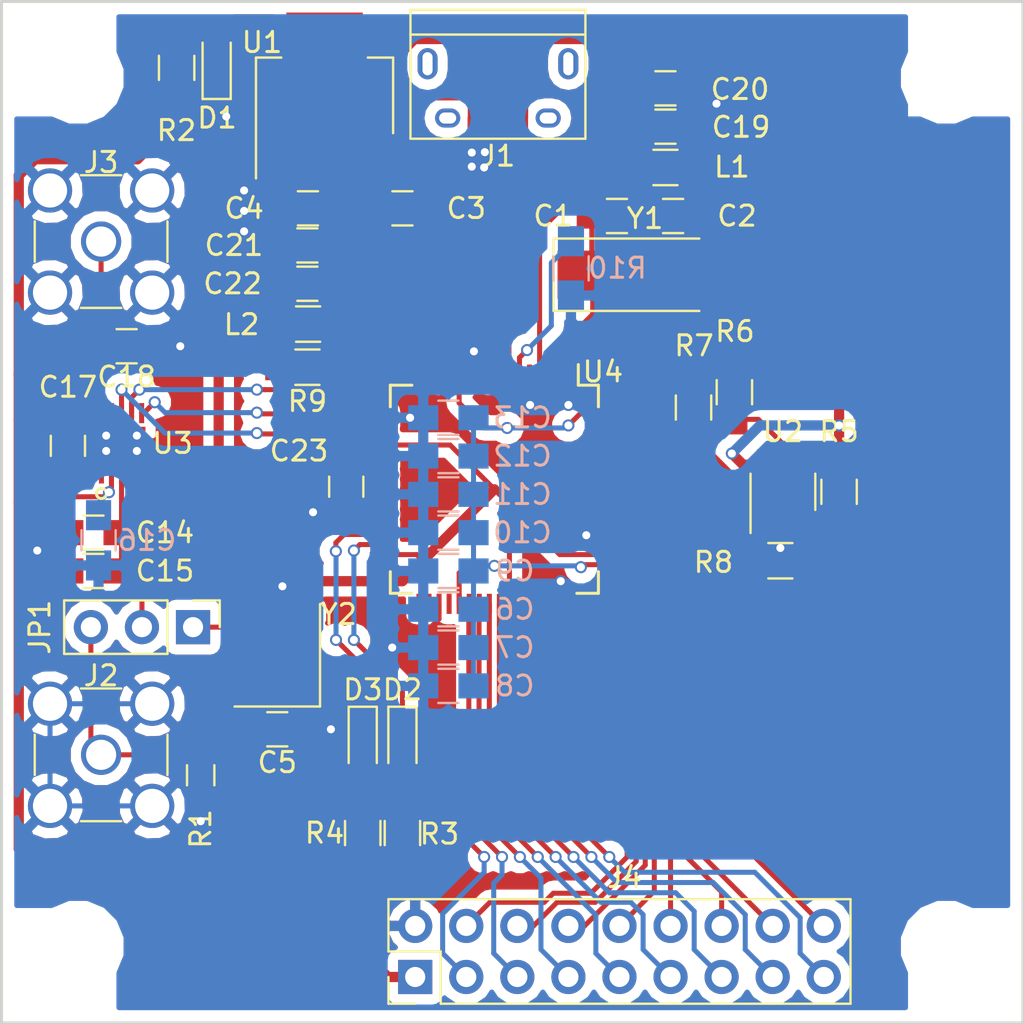
<source format=kicad_pcb>
(kicad_pcb (version 20171130) (host pcbnew "(5.1.12)-1")
  (layers (0 F.Cu signal) (31 B.Cu signal) (34 B.Paste user hide) (35 F.Paste user hide) (36 B.SilkS user hide) (37 F.SilkS user hide) (38 B.Mask user hide) (39 F.Mask user hide) (44 Edge.Cuts user))
  (net 0 "")
  (net 1 FTOSCO)
  (net 2 GNDA)
  (net 3 FTOSCI)
  (net 4 "Net-(C3-Pad1)")
  (net 5 +3V3)
  (net 6 "Net-(C10-Pad1)")
  (net 7 "Net-(C14-Pad1)")
  (net 8 "Net-(C17-Pad2)")
  (net 9 "Net-(C18-Pad1)")
  (net 10 FTVPHY)
  (net 11 FTVPLL)
  (net 12 "Net-(D1-Pad2)")
  (net 13 "Net-(D2-Pad2)")
  (net 14 FTTXLED)
  (net 15 "Net-(D3-Pad2)")
  (net 16 FTRXLED)
  (net 17 "Net-(J2-Pad1)")
  (net 18 "Net-(J4-Pad3)")
  (net 19 "Net-(J4-Pad4)")
  (net 20 "Net-(J4-Pad5)")
  (net 21 "Net-(J4-Pad6)")
  (net 22 "Net-(J4-Pad7)")
  (net 23 "Net-(J4-Pad8)")
  (net 24 "Net-(J4-Pad9)")
  (net 25 "Net-(J4-Pad10)")
  (net 26 "Net-(J4-Pad11)")
  (net 27 "Net-(J4-Pad12)")
  (net 28 "Net-(J4-Pad13)")
  (net 29 "Net-(J4-Pad14)")
  (net 30 "Net-(J4-Pad15)")
  (net 31 "Net-(J4-Pad16)")
  (net 32 "Net-(J4-Pad17)")
  (net 33 "Net-(J4-Pad18)")
  (net 34 "Net-(JP1-Pad1)")
  (net 35 DAC_CLK)
  (net 36 EEDATA)
  (net 37 EECS)
  (net 38 EECLK)
  (net 39 "Net-(R8-Pad2)")
  (net 40 "Net-(R9-Pad1)")
  (net 41 "Net-(R10-Pad1)")
  (net 42 "Net-(U3-Pad8)")
  (net 43 "Net-(U3-Pad7)")
  (net 44 "Net-(U3-Pad6)")
  (net 45 "Net-(C1-Pad2)")
  (net 46 USB_D-)
  (net 47 USB_D+)
  (module Mounting_Holes:MountingHole_3.5mm (layer F.Cu) (at 72.39 57.15)
    (fp_text reference "" (at 0 -4.5) (layer F.SilkS))
    (fp_text value MountingHole_3.5mm)
    (pad 1 np_thru_hole circle (at 0 0) (size 3.5 3.5) (drill 3.5) (layers *.Cu *.Mask))
  )
  (module Mounting_Holes:MountingHole_3.5mm (layer F.Cu) (at 72.39 100.33)
    (fp_text reference "" (at 0 -4.5) (layer F.SilkS))
    (fp_text value MountingHole_3.5mm)
    (pad 1 np_thru_hole circle (at 0 0) (size 3.5 3.5) (drill 3.5) (layers *.Cu *.Mask))
  )
  (module Mounting_Holes:MountingHole_3.5mm (layer F.Cu) (at 115.57 100.33)
    (fp_text reference "" (at 0 -4.5) (layer F.SilkS))
    (fp_text value MountingHole_3.5mm)
    (pad 1 np_thru_hole circle (at 0 0) (size 3.5 3.5) (drill 3.5) (layers *.Cu *.Mask))
  )
  (module Mounting_Holes:MountingHole_3.5mm (layer F.Cu) (at 115.57 57.15)
    (fp_text reference "" (at 0 -4.5) (layer F.SilkS))
    (fp_text value MountingHole_3.5mm)
    (pad 1 np_thru_hole circle (at 0 0) (size 3.5 3.5) (drill 3.5) (layers *.Cu *.Mask))
  )
  (module Capacitors_SMD:C_0805_HandSoldering (layer F.Cu) (at 83.79221 65.47044 180)
    (fp_text reference C21 (at 3.65521 0.00194 180) (layer F.SilkS))
    (fp_text value 4.7u)
    (pad 1 smd rect (at -1.25 0 180) (size 1.5 1.25) (layers F.Cu F.Paste F.Mask) (net 11 FTVPLL))
    (pad 2 smd rect (at 1.25 0 180) (size 1.5 1.25) (layers F.Cu F.Paste F.Mask) (net 2 GNDA))
  )
  (module Inductors_SMD:L_0805_HandSoldering (layer F.Cu) (at 83.8288 69.383142)
    (fp_text reference L2 (at -3.3108 0.022358) (layer F.SilkS))
    (fp_text value 800m)
    (pad 1 smd rect (at -1.35 0) (size 1.5 1.3) (layers F.Cu F.Paste F.Mask) (net 5 +3V3))
    (pad 2 smd rect (at 1.35 0) (size 1.5 1.3) (layers F.Cu F.Paste F.Mask) (net 11 FTVPLL))
  )
  (module Capacitors_SMD:C_0805_HandSoldering (layer F.Cu) (at 83.79221 67.37544 180)
    (fp_text reference C22 (at 3.71871 0.00194 180) (layer F.SilkS))
    (fp_text value 100n)
    (pad 1 smd rect (at -1.25 0 180) (size 1.5 1.25) (layers F.Cu F.Paste F.Mask) (net 11 FTVPLL))
    (pad 2 smd rect (at 1.25 0 180) (size 1.5 1.25) (layers F.Cu F.Paste F.Mask) (net 2 GNDA))
  )
  (module Resistors_SMD:R_0805_HandSoldering (layer F.Cu) (at 105.029 72.771 270)
    (fp_text reference R6 (at -3.0226 -0.0254) (layer F.SilkS))
    (fp_text value 10k)
    (pad 1 smd rect (at -1.35 0 270) (size 1.5 1.3) (layers F.Cu F.Paste F.Mask) (net 5 +3V3))
    (pad 2 smd rect (at 1.35 0 270) (size 1.5 1.3) (layers F.Cu F.Paste F.Mask) (net 37 EECS))
  )
  (module WG:AD9837 (layer F.Cu) (at 74.549 75.311 90)
    (fp_text reference U3 (at 0 2.54 180) (layer F.SilkS))
    (fp_text value AD9837)
    (pad 11 smd rect (at 0 0 90) (size 1.64 2.38) (layers F.Cu F.Paste F.Mask) (net 2 GNDA))
    (pad 1 smd rect (at -1.5 -1 90) (size 1 0.25) (layers F.Cu F.Paste F.Mask) (net 8 "Net-(C17-Pad2)"))
    (pad 2 smd rect (at -1.5 -0.5 90) (size 1 0.25) (layers F.Cu F.Paste F.Mask) (net 5 +3V3))
    (pad 3 smd rect (at -1.5 0 90) (size 1 0.25) (layers F.Cu F.Paste F.Mask) (net 7 "Net-(C14-Pad1)"))
    (pad 4 smd rect (at -1.5 0.5 90) (size 1 0.25) (layers F.Cu F.Paste F.Mask) (net 2 GNDA))
    (pad 5 smd rect (at -1.5 1 90) (size 1 0.25) (layers F.Cu F.Paste F.Mask) (net 35 DAC_CLK))
    (pad 6 smd rect (at 1.5 1 90) (size 1 0.25) (layers F.Cu F.Paste F.Mask) (net 44 "Net-(U3-Pad6)"))
    (pad 7 smd rect (at 1.5 0.5 90) (size 1 0.25) (layers F.Cu F.Paste F.Mask) (net 43 "Net-(U3-Pad7)"))
    (pad 8 smd rect (at 1.5 0 90) (size 1 0.25) (layers F.Cu F.Paste F.Mask) (net 42 "Net-(U3-Pad8)"))
    (pad 9 smd rect (at 1.5 -0.5 90) (size 1 0.25) (layers F.Cu F.Paste F.Mask) (net 2 GNDA))
    (pad 10 smd rect (at 1.5 -1 90) (size 1 0.25) (layers F.Cu F.Paste F.Mask) (net 9 "Net-(C18-Pad1)"))
  )
  (module Capacitors_SMD:C_0805_HandSoldering (layer F.Cu) (at 99.187 64.008)
    (fp_text reference C1 (at -3.175 0) (layer F.SilkS))
    (fp_text value 27p)
    (pad 1 smd rect (at -1.25 0) (size 1.5 1.25) (layers F.Cu F.Paste F.Mask) (net 1 FTOSCO))
    (pad 2 smd rect (at 1.25 0) (size 1.5 1.25) (layers F.Cu F.Paste F.Mask) (net 45 "Net-(C1-Pad2)"))
  )
  (module Capacitors_SMD:C_0805_HandSoldering (layer F.Cu) (at 101.981 64.008 180)
    (fp_text reference C2 (at -3.175 0 180) (layer F.SilkS))
    (fp_text value 27p)
    (pad 1 smd rect (at -1.25 0 180) (size 1.5 1.25) (layers F.Cu F.Paste F.Mask) (net 3 FTOSCI))
    (pad 2 smd rect (at 1.25 0 180) (size 1.5 1.25) (layers F.Cu F.Paste F.Mask) (net 45 "Net-(C1-Pad2)"))
  )
  (module Capacitors_SMD:C_0805_HandSoldering (layer F.Cu) (at 88.519 63.627)
    (fp_text reference C3 (at 3.175 0) (layer F.SilkS))
    (fp_text value 100n)
    (pad 1 smd rect (at -1.25 0) (size 1.5 1.25) (layers F.Cu F.Paste F.Mask) (net 4 "Net-(C3-Pad1)"))
    (pad 2 smd rect (at 1.25 0) (size 1.5 1.25) (layers F.Cu F.Paste F.Mask) (net 2 GNDA))
  )
  (module Capacitors_SMD:C_0805_HandSoldering (layer F.Cu) (at 83.82 63.627 180)
    (fp_text reference C4 (at 3.175 0 180) (layer F.SilkS))
    (fp_text value 10u)
    (pad 1 smd rect (at -1.25 0 180) (size 1.5 1.25) (layers F.Cu F.Paste F.Mask) (net 5 +3V3))
    (pad 2 smd rect (at 1.25 0 180) (size 1.5 1.25) (layers F.Cu F.Paste F.Mask) (net 2 GNDA))
  )
  (module Capacitors_SMD:C_0805_HandSoldering (layer F.Cu) (at 82.296 89.535)
    (fp_text reference C5 (at 0 1.651 180) (layer F.SilkS))
    (fp_text value 100n)
    (pad 1 smd rect (at -1.25 0) (size 1.5 1.25) (layers F.Cu F.Paste F.Mask) (net 5 +3V3))
    (pad 2 smd rect (at 1.25 0) (size 1.5 1.25) (layers F.Cu F.Paste F.Mask) (net 2 GNDA))
  )
  (module Capacitors_SMD:C_0805_HandSoldering (layer B.Cu) (at 90.805 83.566 180)
    (fp_text reference C6 (at -3.302 0 180) (layer B.SilkS) (effects (justify mirror)))
    (fp_text value 3.3u)
    (pad 1 smd rect (at -1.25 0 180) (size 1.5 1.25) (layers B.Cu B.Paste B.Mask) (net 6 "Net-(C10-Pad1)"))
    (pad 2 smd rect (at 1.25 0 180) (size 1.5 1.25) (layers B.Cu B.Paste B.Mask) (net 2 GNDA))
  )
  (module Capacitors_SMD:C_0805_HandSoldering (layer B.Cu) (at 90.805 85.471 180)
    (fp_text reference C7 (at -3.302 0 180) (layer B.SilkS) (effects (justify mirror)))
    (fp_text value 100n)
    (pad 1 smd rect (at -1.25 0 180) (size 1.5 1.25) (layers B.Cu B.Paste B.Mask) (net 6 "Net-(C10-Pad1)"))
    (pad 2 smd rect (at 1.25 0 180) (size 1.5 1.25) (layers B.Cu B.Paste B.Mask) (net 2 GNDA))
  )
  (module Capacitors_SMD:C_0805_HandSoldering (layer B.Cu) (at 90.805 87.376 180)
    (fp_text reference C8 (at -3.302 0 180) (layer B.SilkS) (effects (justify mirror)))
    (fp_text value 100n)
    (pad 1 smd rect (at -1.25 0 180) (size 1.5 1.25) (layers B.Cu B.Paste B.Mask) (net 6 "Net-(C10-Pad1)"))
    (pad 2 smd rect (at 1.25 0 180) (size 1.5 1.25) (layers B.Cu B.Paste B.Mask) (net 2 GNDA))
  )
  (module Capacitors_SMD:C_0805_HandSoldering (layer B.Cu) (at 90.805 81.661 180)
    (fp_text reference C9 (at -3.302 0 180) (layer B.SilkS) (effects (justify mirror)))
    (fp_text value 100n)
    (pad 1 smd rect (at -1.25 0 180) (size 1.5 1.25) (layers B.Cu B.Paste B.Mask) (net 6 "Net-(C10-Pad1)"))
    (pad 2 smd rect (at 1.25 0 180) (size 1.5 1.25) (layers B.Cu B.Paste B.Mask) (net 2 GNDA))
  )
  (module Capacitors_SMD:C_0805_HandSoldering (layer B.Cu) (at 90.805 79.756 180)
    (fp_text reference C10 (at -3.683 0 180) (layer B.SilkS) (effects (justify mirror)))
    (fp_text value 100n)
    (pad 1 smd rect (at -1.25 0 180) (size 1.5 1.25) (layers B.Cu B.Paste B.Mask) (net 6 "Net-(C10-Pad1)"))
    (pad 2 smd rect (at 1.25 0 180) (size 1.5 1.25) (layers B.Cu B.Paste B.Mask) (net 2 GNDA))
  )
  (module Capacitors_SMD:C_0805_HandSoldering (layer B.Cu) (at 90.805 77.851 180)
    (fp_text reference C11 (at -3.683 0 180) (layer B.SilkS) (effects (justify mirror)))
    (fp_text value 100n)
    (pad 1 smd rect (at -1.25 0 180) (size 1.5 1.25) (layers B.Cu B.Paste B.Mask) (net 6 "Net-(C10-Pad1)"))
    (pad 2 smd rect (at 1.25 0 180) (size 1.5 1.25) (layers B.Cu B.Paste B.Mask) (net 2 GNDA))
  )
  (module Capacitors_SMD:C_0805_HandSoldering (layer B.Cu) (at 90.805 75.946 180)
    (fp_text reference C12 (at -3.683 0 180) (layer B.SilkS) (effects (justify mirror)))
    (fp_text value 100n)
    (pad 1 smd rect (at -1.25 0 180) (size 1.5 1.25) (layers B.Cu B.Paste B.Mask) (net 6 "Net-(C10-Pad1)"))
    (pad 2 smd rect (at 1.25 0 180) (size 1.5 1.25) (layers B.Cu B.Paste B.Mask) (net 2 GNDA))
  )
  (module Capacitors_SMD:C_0805_HandSoldering (layer B.Cu) (at 90.805 74.041 180)
    (fp_text reference C13 (at -3.683 0 180) (layer B.SilkS) (effects (justify mirror)))
    (fp_text value 100n)
    (pad 1 smd rect (at -1.25 0 180) (size 1.5 1.25) (layers B.Cu B.Paste B.Mask) (net 6 "Net-(C10-Pad1)"))
    (pad 2 smd rect (at 1.25 0 180) (size 1.5 1.25) (layers B.Cu B.Paste B.Mask) (net 2 GNDA))
  )
  (module Capacitors_SMD:C_0805_HandSoldering (layer F.Cu) (at 73.152 79.756 180)
    (fp_text reference C14 (at -3.556 0) (layer F.SilkS))
    (fp_text value 100n)
    (pad 1 smd rect (at -1.25 0 180) (size 1.5 1.25) (layers F.Cu F.Paste F.Mask) (net 7 "Net-(C14-Pad1)"))
    (pad 2 smd rect (at 1.25 0 180) (size 1.5 1.25) (layers F.Cu F.Paste F.Mask) (net 2 GNDA))
  )
  (module Capacitors_SMD:C_0805_HandSoldering (layer F.Cu) (at 73.152 81.661 180)
    (fp_text reference C15 (at -3.556 0) (layer F.SilkS))
    (fp_text value 10u)
    (pad 1 smd rect (at -1.25 0 180) (size 1.5 1.25) (layers F.Cu F.Paste F.Mask) (net 7 "Net-(C14-Pad1)"))
    (pad 2 smd rect (at 1.25 0 180) (size 1.5 1.25) (layers F.Cu F.Paste F.Mask) (net 2 GNDA))
  )
  (module Capacitors_SMD:C_0805_HandSoldering (layer B.Cu) (at 73.406 80.137 270)
    (fp_text reference C16 (at 0 -2.413) (layer B.SilkS) (effects (justify mirror)))
    (fp_text value 100n)
    (pad 1 smd rect (at -1.25 0 270) (size 1.5 1.25) (layers B.Cu B.Paste B.Mask) (net 5 +3V3))
    (pad 2 smd rect (at 1.25 0 270) (size 1.5 1.25) (layers B.Cu B.Paste B.Mask) (net 2 GNDA))
  )
  (module Capacitors_SMD:C_0805_HandSoldering (layer F.Cu) (at 71.882 75.438 270)
    (fp_text reference C17 (at -2.921 0 180) (layer F.SilkS))
    (fp_text value 10n)
    (pad 1 smd rect (at -1.25 0 270) (size 1.5 1.25) (layers F.Cu F.Paste F.Mask) (net 5 +3V3))
    (pad 2 smd rect (at 1.25 0 270) (size 1.5 1.25) (layers F.Cu F.Paste F.Mask) (net 8 "Net-(C17-Pad2)"))
  )
  (module Capacitors_SMD:C_0805_HandSoldering (layer F.Cu) (at 74.803 70.485)
    (fp_text reference C18 (at 0 1.524) (layer F.SilkS))
    (fp_text value 100n)
    (pad 1 smd rect (at -1.25 0) (size 1.5 1.25) (layers F.Cu F.Paste F.Mask) (net 9 "Net-(C18-Pad1)"))
    (pad 2 smd rect (at 1.25 0) (size 1.5 1.25) (layers F.Cu F.Paste F.Mask) (net 2 GNDA))
  )
  (module Capacitors_SMD:C_0805_HandSoldering (layer F.Cu) (at 101.6 59.563)
    (fp_text reference C19 (at 3.7592 0.0254) (layer F.SilkS))
    (fp_text value 4.7u)
    (pad 1 smd rect (at -1.25 0) (size 1.5 1.25) (layers F.Cu F.Paste F.Mask) (net 10 FTVPHY))
    (pad 2 smd rect (at 1.25 0) (size 1.5 1.25) (layers F.Cu F.Paste F.Mask) (net 2 GNDA))
  )
  (module Capacitors_SMD:C_0805_HandSoldering (layer F.Cu) (at 101.6 57.658)
    (fp_text reference C20 (at 3.7084 0.0508) (layer F.SilkS))
    (fp_text value 100n)
    (pad 1 smd rect (at -1.25 0) (size 1.5 1.25) (layers F.Cu F.Paste F.Mask) (net 10 FTVPHY))
    (pad 2 smd rect (at 1.25 0) (size 1.5 1.25) (layers F.Cu F.Paste F.Mask) (net 2 GNDA))
  )
  (module LEDs:LED_0805 (layer F.Cu) (at 79.28 56.388 90)
    (fp_text reference D1 (at -2.7432 0.0188 180) (layer F.SilkS))
    (fp_text value LED_Small)
    (pad 2 smd rect (at 1.1 0 270) (size 1.2 1.2) (layers F.Cu F.Paste F.Mask) (net 12 "Net-(D1-Pad2)"))
    (pad 1 smd rect (at -1.1 0 270) (size 1.2 1.2) (layers F.Cu F.Paste F.Mask) (net 2 GNDA))
  )
  (module LEDs:LED_0805 (layer F.Cu) (at 88.519 90.213 270)
    (fp_text reference D2 (at -2.6465 0) (layer F.SilkS))
    (fp_text value LED_Small)
    (pad 2 smd rect (at 1.1 0 90) (size 1.2 1.2) (layers F.Cu F.Paste F.Mask) (net 13 "Net-(D2-Pad2)"))
    (pad 1 smd rect (at -1.1 0 90) (size 1.2 1.2) (layers F.Cu F.Paste F.Mask) (net 14 FTTXLED))
  )
  (module LEDs:LED_0805 (layer F.Cu) (at 86.544864 90.213 270)
    (fp_text reference D3 (at -2.6465 -0.005636) (layer F.SilkS))
    (fp_text value LED_Small)
    (pad 2 smd rect (at 1.1 0 90) (size 1.2 1.2) (layers F.Cu F.Paste F.Mask) (net 15 "Net-(D3-Pad2)"))
    (pad 1 smd rect (at -1.1 0 90) (size 1.2 1.2) (layers F.Cu F.Paste F.Mask) (net 16 FTRXLED))
  )
  (module Connectors:USB_Micro-B (layer F.Cu) (at 93.2688 57.785 180)
    (fp_text reference J1 (at 0 -3.24 180) (layer F.SilkS))
    (fp_text value USB_B)
    (pad 1 smd rect (at -1.3 -1.35 270) (size 1.35 0.4) (layers F.Cu F.Paste F.Mask) (net 4 "Net-(C3-Pad1)"))
    (pad 2 smd rect (at -0.65 -1.35 270) (size 1.35 0.4) (layers F.Cu F.Paste F.Mask) (net 46 USB_D-))
    (pad 3 smd rect (at 0 -1.35 270) (size 1.35 0.4) (layers F.Cu F.Paste F.Mask) (net 47 USB_D+))
    (pad 4 smd rect (at 0.65 -1.35 270) (size 1.35 0.4) (layers F.Cu F.Paste F.Mask) (net 2 GNDA))
    (pad 5 smd rect (at 1.3 -1.35 270) (size 1.35 0.4) (layers F.Cu F.Paste F.Mask) (net 2 GNDA))
    (pad 6 thru_hole oval (at -2.5 -1.35 270) (size 0.95 1.25) (drill oval 0.55 0.85) (layers *.Cu *.Mask))
    (pad 6 thru_hole oval (at 2.5 -1.35 270) (size 0.95 1.25) (drill oval 0.55 0.85) (layers *.Cu *.Mask))
    (pad 6 thru_hole oval (at -3.5 1.35 270) (size 1.55 1) (drill oval 1.15 0.5) (layers *.Cu *.Mask))
    (pad 6 thru_hole oval (at 3.5 1.35 270) (size 1.55 1) (drill oval 1.15 0.5) (layers *.Cu *.Mask))
  )
  (module Connectors:SMA_THT_Jack_Straight (layer F.Cu) (at 73.533 90.805 180)
    (fp_text reference J2 (at 0 3.937) (layer F.SilkS))
    (fp_text value EXT_CLK)
    (pad 2 thru_hole circle (at -2.54 2.54 180) (size 2.2 2.2) (drill 1.7) (layers *.Cu *.Mask) (net 2 GNDA))
    (pad 2 thru_hole circle (at -2.54 -2.54 180) (size 2.2 2.2) (drill 1.7) (layers *.Cu *.Mask) (net 2 GNDA))
    (pad 2 thru_hole circle (at 2.54 -2.54 180) (size 2.2 2.2) (drill 1.7) (layers *.Cu *.Mask) (net 2 GNDA))
    (pad 2 thru_hole circle (at 2.54 2.54 180) (size 2.2 2.2) (drill 1.7) (layers *.Cu *.Mask) (net 2 GNDA))
    (pad 1 thru_hole circle (at 0 0 180) (size 2 2) (drill 1.5) (layers *.Cu *.Mask) (net 17 "Net-(J2-Pad1)"))
  )
  (module Connectors:SMA_THT_Jack_Straight (layer F.Cu) (at 73.533 65.278)
    (fp_text reference J3 (at 0 -3.937) (layer F.SilkS))
    (fp_text value VOUT)
    (pad 2 thru_hole circle (at -2.54 2.54) (size 2.2 2.2) (drill 1.7) (layers *.Cu *.Mask) (net 2 GNDA))
    (pad 2 thru_hole circle (at -2.54 -2.54) (size 2.2 2.2) (drill 1.7) (layers *.Cu *.Mask) (net 2 GNDA))
    (pad 2 thru_hole circle (at 2.54 -2.54) (size 2.2 2.2) (drill 1.7) (layers *.Cu *.Mask) (net 2 GNDA))
    (pad 2 thru_hole circle (at 2.54 2.54) (size 2.2 2.2) (drill 1.7) (layers *.Cu *.Mask) (net 2 GNDA))
    (pad 1 thru_hole circle (at 0 0) (size 2 2) (drill 1.5) (layers *.Cu *.Mask) (net 9 "Net-(C18-Pad1)"))
  )
  (module Pin_Headers:Pin_Header_Straight_2x09_Pitch2.54mm (layer F.Cu) (at 89.154 101.854 90)
    (fp_text reference J4 (at 4.953 10.414 180) (layer F.SilkS))
    (fp_text value CONN_02X09)
    (pad 1 thru_hole rect (at 0 0 90) (size 1.7 1.7) (drill 1) (layers *.Cu *.Mask) (net 5 +3V3))
    (pad 2 thru_hole oval (at 2.54 0 90) (size 1.7 1.7) (drill 1) (layers *.Cu *.Mask) (net 2 GNDA))
    (pad 3 thru_hole oval (at 0 2.54 90) (size 1.7 1.7) (drill 1) (layers *.Cu *.Mask) (net 18 "Net-(J4-Pad3)"))
    (pad 4 thru_hole oval (at 2.54 2.54 90) (size 1.7 1.7) (drill 1) (layers *.Cu *.Mask) (net 19 "Net-(J4-Pad4)"))
    (pad 5 thru_hole oval (at 0 5.08 90) (size 1.7 1.7) (drill 1) (layers *.Cu *.Mask) (net 20 "Net-(J4-Pad5)"))
    (pad 6 thru_hole oval (at 2.54 5.08 90) (size 1.7 1.7) (drill 1) (layers *.Cu *.Mask) (net 21 "Net-(J4-Pad6)"))
    (pad 7 thru_hole oval (at 0 7.62 90) (size 1.7 1.7) (drill 1) (layers *.Cu *.Mask) (net 22 "Net-(J4-Pad7)"))
    (pad 8 thru_hole oval (at 2.54 7.62 90) (size 1.7 1.7) (drill 1) (layers *.Cu *.Mask) (net 23 "Net-(J4-Pad8)"))
    (pad 9 thru_hole oval (at 0 10.16 90) (size 1.7 1.7) (drill 1) (layers *.Cu *.Mask) (net 24 "Net-(J4-Pad9)"))
    (pad 10 thru_hole oval (at 2.54 10.16 90) (size 1.7 1.7) (drill 1) (layers *.Cu *.Mask) (net 25 "Net-(J4-Pad10)"))
    (pad 11 thru_hole oval (at 0 12.7 90) (size 1.7 1.7) (drill 1) (layers *.Cu *.Mask) (net 26 "Net-(J4-Pad11)"))
    (pad 12 thru_hole oval (at 2.54 12.7 90) (size 1.7 1.7) (drill 1) (layers *.Cu *.Mask) (net 27 "Net-(J4-Pad12)"))
    (pad 13 thru_hole oval (at 0 15.24 90) (size 1.7 1.7) (drill 1) (layers *.Cu *.Mask) (net 28 "Net-(J4-Pad13)"))
    (pad 14 thru_hole oval (at 2.54 15.24 90) (size 1.7 1.7) (drill 1) (layers *.Cu *.Mask) (net 29 "Net-(J4-Pad14)"))
    (pad 15 thru_hole oval (at 0 17.78 90) (size 1.7 1.7) (drill 1) (layers *.Cu *.Mask) (net 30 "Net-(J4-Pad15)"))
    (pad 16 thru_hole oval (at 2.54 17.78 90) (size 1.7 1.7) (drill 1) (layers *.Cu *.Mask) (net 31 "Net-(J4-Pad16)"))
    (pad 17 thru_hole oval (at 0 20.32 90) (size 1.7 1.7) (drill 1) (layers *.Cu *.Mask) (net 32 "Net-(J4-Pad17)"))
    (pad 18 thru_hole oval (at 2.54 20.32 90) (size 1.7 1.7) (drill 1) (layers *.Cu *.Mask) (net 33 "Net-(J4-Pad18)"))
  )
  (module Pin_Headers:Pin_Header_Straight_1x03_Pitch2.54mm (layer F.Cu) (at 78.105 84.455 270)
    (fp_text reference JP1 (at 0 7.62 270) (layer F.SilkS))
    (fp_text value CLK_SELECT)
    (pad 1 thru_hole rect (at 0 0 270) (size 1.7 1.7) (drill 1) (layers *.Cu *.Mask) (net 34 "Net-(JP1-Pad1)"))
    (pad 2 thru_hole oval (at 0 2.54 270) (size 1.7 1.7) (drill 1) (layers *.Cu *.Mask) (net 35 DAC_CLK))
    (pad 3 thru_hole oval (at 0 5.08 270) (size 1.7 1.7) (drill 1) (layers *.Cu *.Mask) (net 17 "Net-(J2-Pad1)"))
  )
  (module Inductors_SMD:L_0805_HandSoldering (layer F.Cu) (at 101.6 61.595 180)
    (fp_text reference L1 (at -3.302 0.0254 180) (layer F.SilkS))
    (fp_text value 800m)
    (pad 1 smd rect (at -1.35 0 180) (size 1.5 1.3) (layers F.Cu F.Paste F.Mask) (net 5 +3V3))
    (pad 2 smd rect (at 1.35 0 180) (size 1.5 1.3) (layers F.Cu F.Paste F.Mask) (net 10 FTVPHY))
  )
  (module Resistors_SMD:R_0603_HandSoldering (layer F.Cu) (at 78.486 91.821 270)
    (fp_text reference R1 (at 2.667 0 270) (layer F.SilkS))
    (fp_text value 50)
    (pad 1 smd rect (at -1.1 0 270) (size 1.2 0.9) (layers F.Cu F.Paste F.Mask) (net 17 "Net-(J2-Pad1)"))
    (pad 2 smd rect (at 1.1 0 270) (size 1.2 0.9) (layers F.Cu F.Paste F.Mask) (net 2 GNDA))
  )
  (module Resistors_SMD:R_0805_HandSoldering (layer F.Cu) (at 77.29 56.64 270)
    (fp_text reference R2 (at 3.1135 0.0105) (layer F.SilkS))
    (fp_text value 470)
    (pad 1 smd rect (at -1.35 0 270) (size 1.5 1.3) (layers F.Cu F.Paste F.Mask) (net 12 "Net-(D1-Pad2)"))
    (pad 2 smd rect (at 1.35 0 270) (size 1.5 1.3) (layers F.Cu F.Paste F.Mask) (net 5 +3V3))
  )
  (module Resistors_SMD:R_0805_HandSoldering (layer F.Cu) (at 88.519 94.695 270)
    (fp_text reference R3 (at 0.047 -1.8415) (layer F.SilkS))
    (fp_text value 470)
    (pad 1 smd rect (at -1.35 0 270) (size 1.5 1.3) (layers F.Cu F.Paste F.Mask) (net 13 "Net-(D2-Pad2)"))
    (pad 2 smd rect (at 1.35 0 270) (size 1.5 1.3) (layers F.Cu F.Paste F.Mask) (net 5 +3V3))
  )
  (module Resistors_SMD:R_0805_HandSoldering (layer F.Cu) (at 86.544864 94.695 270)
    (fp_text reference R4 (at 0 1.899364) (layer F.SilkS))
    (fp_text value 470)
    (pad 1 smd rect (at -1.35 0 270) (size 1.5 1.3) (layers F.Cu F.Paste F.Mask) (net 15 "Net-(D3-Pad2)"))
    (pad 2 smd rect (at 1.35 0 270) (size 1.5 1.3) (layers F.Cu F.Paste F.Mask) (net 5 +3V3))
  )
  (module Resistors_SMD:R_0805_HandSoldering (layer F.Cu) (at 110.236 77.724 270)
    (fp_text reference R5 (at -2.9972 0) (layer F.SilkS))
    (fp_text value 10k)
    (pad 1 smd rect (at -1.35 0 270) (size 1.5 1.3) (layers F.Cu F.Paste F.Mask) (net 5 +3V3))
    (pad 2 smd rect (at 1.35 0 270) (size 1.5 1.3) (layers F.Cu F.Paste F.Mask) (net 36 EEDATA))
  )
  (module Resistors_SMD:R_0805_HandSoldering (layer F.Cu) (at 102.997 73.533 270)
    (fp_text reference R7 (at -3.0734 -0.0254) (layer F.SilkS))
    (fp_text value 10k)
    (pad 1 smd rect (at -1.35 0 270) (size 1.5 1.3) (layers F.Cu F.Paste F.Mask) (net 5 +3V3))
    (pad 2 smd rect (at 1.35 0 270) (size 1.5 1.3) (layers F.Cu F.Paste F.Mask) (net 38 EECLK))
  )
  (module Resistors_SMD:R_0805_HandSoldering (layer F.Cu) (at 107.315 81.153 180)
    (fp_text reference R8 (at 3.3274 -0.0762 180) (layer F.SilkS))
    (fp_text value 2.2k)
    (pad 1 smd rect (at -1.35 0 180) (size 1.5 1.3) (layers F.Cu F.Paste F.Mask) (net 36 EEDATA))
    (pad 2 smd rect (at 1.35 0 180) (size 1.5 1.3) (layers F.Cu F.Paste F.Mask) (net 39 "Net-(R8-Pad2)"))
  )
  (module Resistors_SMD:R_0805_HandSoldering (layer F.Cu) (at 83.7946 71.5264 180)
    (fp_text reference R9 (at 0 -1.7 180) (layer F.SilkS))
    (fp_text value 1k)
    (pad 1 smd rect (at -1.35 0 180) (size 1.5 1.3) (layers F.Cu F.Paste F.Mask) (net 40 "Net-(R9-Pad1)"))
    (pad 2 smd rect (at 1.35 0 180) (size 1.5 1.3) (layers F.Cu F.Paste F.Mask) (net 5 +3V3))
  )
  (module Resistors_SMD:R_0805_HandSoldering (layer B.Cu) (at 96.901 66.6115 270)
    (fp_text reference R10 (at -0.0127 -2.3114 180) (layer B.SilkS) (effects (justify mirror)))
    (fp_text value 12k)
    (pad 1 smd rect (at -1.35 0 270) (size 1.5 1.3) (layers B.Cu B.Paste B.Mask) (net 41 "Net-(R10-Pad1)"))
    (pad 2 smd rect (at 1.35 0 270) (size 1.5 1.3) (layers B.Cu B.Paste B.Mask) (net 2 GNDA))
  )
  (module TO_SOT_Packages_SMD:SOT-23-6_Handsoldering (layer F.Cu) (at 107.442 77.724 90)
    (fp_text reference U2 (at 2.9972 0 180) (layer F.SilkS))
    (fp_text value 93LC46BT)
    (pad 1 smd rect (at -1.35 -0.95 90) (size 1.56 0.65) (layers F.Cu F.Paste F.Mask) (net 39 "Net-(R8-Pad2)"))
    (pad 2 smd rect (at -1.35 0 90) (size 1.56 0.65) (layers F.Cu F.Paste F.Mask) (net 2 GNDA))
    (pad 3 smd rect (at -1.35 0.95 90) (size 1.56 0.65) (layers F.Cu F.Paste F.Mask) (net 36 EEDATA))
    (pad 4 smd rect (at 1.35 0.95 90) (size 1.56 0.65) (layers F.Cu F.Paste F.Mask) (net 38 EECLK))
    (pad 6 smd rect (at 1.35 -0.95 90) (size 1.56 0.65) (layers F.Cu F.Paste F.Mask) (net 5 +3V3))
    (pad 5 smd rect (at 1.35 0 90) (size 1.56 0.65) (layers F.Cu F.Paste F.Mask) (net 37 EECS))
  )
  (module Housings_QFP:LQFP-64_10x10mm_Pitch0.5mm (layer F.Cu) (at 93.091 77.597 270)
    (fp_text reference U4 (at -5.842 -5.3975) (layer F.SilkS))
    (fp_text value FT2232H)
    (pad 1 smd rect (at -5.7 -3.75 270) (size 1 0.25) (layers F.Cu F.Paste F.Mask) (net 2 GNDA))
    (pad 2 smd rect (at -5.7 -3.25 270) (size 1 0.25) (layers F.Cu F.Paste F.Mask) (net 3 FTOSCI))
    (pad 3 smd rect (at -5.7 -2.75 270) (size 1 0.25) (layers F.Cu F.Paste F.Mask) (net 1 FTOSCO))
    (pad 4 smd rect (at -5.7 -2.25 270) (size 1 0.25) (layers F.Cu F.Paste F.Mask) (net 10 FTVPHY))
    (pad 5 smd rect (at -5.7 -1.75 270) (size 1 0.25) (layers F.Cu F.Paste F.Mask) (net 2 GNDA))
    (pad 6 smd rect (at -5.7 -1.25 270) (size 1 0.25) (layers F.Cu F.Paste F.Mask) (net 41 "Net-(R10-Pad1)"))
    (pad 7 smd rect (at -5.7 -0.75 270) (size 1 0.25) (layers F.Cu F.Paste F.Mask) (net 46 USB_D-))
    (pad 8 smd rect (at -5.7 -0.25 270) (size 1 0.25) (layers F.Cu F.Paste F.Mask) (net 47 USB_D+))
    (pad 9 smd rect (at -5.7 0.25 270) (size 1 0.25) (layers F.Cu F.Paste F.Mask) (net 11 FTVPLL))
    (pad 10 smd rect (at -5.7 0.75 270) (size 1 0.25) (layers F.Cu F.Paste F.Mask) (net 2 GNDA))
    (pad 11 smd rect (at -5.7 1.25 270) (size 1 0.25) (layers F.Cu F.Paste F.Mask) (net 2 GNDA))
    (pad 12 smd rect (at -5.7 1.75 270) (size 1 0.25) (layers F.Cu F.Paste F.Mask) (net 6 "Net-(C10-Pad1)"))
    (pad 13 smd rect (at -5.7 2.25 270) (size 1 0.25) (layers F.Cu F.Paste F.Mask) (net 2 GNDA))
    (pad 14 smd rect (at -5.7 2.75 270) (size 1 0.25) (layers F.Cu F.Paste F.Mask) (net 40 "Net-(R9-Pad1)"))
    (pad 15 smd rect (at -5.7 3.25 270) (size 1 0.25) (layers F.Cu F.Paste F.Mask) (net 2 GNDA))
    (pad 16 smd rect (at -5.7 3.75 270) (size 1 0.25) (layers F.Cu F.Paste F.Mask) (net 43 "Net-(U3-Pad7)"))
    (pad 17 smd rect (at -3.75 5.7) (size 1 0.25) (layers F.Cu F.Paste F.Mask) (net 44 "Net-(U3-Pad6)"))
    (pad 18 smd rect (at -3.25 5.7) (size 1 0.25) (layers F.Cu F.Paste F.Mask))
    (pad 19 smd rect (at -2.75 5.7) (size 1 0.25) (layers F.Cu F.Paste F.Mask) (net 42 "Net-(U3-Pad8)"))
    (pad 20 smd rect (at -2.25 5.7) (size 1 0.25) (layers F.Cu F.Paste F.Mask) (net 5 +3V3))
    (pad 21 smd rect (at -1.75 5.7) (size 1 0.25) (layers F.Cu F.Paste F.Mask))
    (pad 22 smd rect (at -1.25 5.7) (size 1 0.25) (layers F.Cu F.Paste F.Mask))
    (pad 23 smd rect (at -0.75 5.7) (size 1 0.25) (layers F.Cu F.Paste F.Mask))
    (pad 24 smd rect (at -0.25 5.7) (size 1 0.25) (layers F.Cu F.Paste F.Mask))
    (pad 25 smd rect (at 0.25 5.7) (size 1 0.25) (layers F.Cu F.Paste F.Mask) (net 2 GNDA))
    (pad 26 smd rect (at 0.75 5.7) (size 1 0.25) (layers F.Cu F.Paste F.Mask))
    (pad 27 smd rect (at 1.25 5.7) (size 1 0.25) (layers F.Cu F.Paste F.Mask))
    (pad 28 smd rect (at 1.75 5.7) (size 1 0.25) (layers F.Cu F.Paste F.Mask))
    (pad 29 smd rect (at 2.25 5.7) (size 1 0.25) (layers F.Cu F.Paste F.Mask) (net 16 FTRXLED))
    (pad 30 smd rect (at 2.75 5.7) (size 1 0.25) (layers F.Cu F.Paste F.Mask) (net 14 FTTXLED))
    (pad 31 smd rect (at 3.25 5.7) (size 1 0.25) (layers F.Cu F.Paste F.Mask) (net 5 +3V3))
    (pad 32 smd rect (at 3.75 5.7) (size 1 0.25) (layers F.Cu F.Paste F.Mask))
    (pad 33 smd rect (at 5.7 3.75 270) (size 1 0.25) (layers F.Cu F.Paste F.Mask))
    (pad 34 smd rect (at 5.7 3.25 270) (size 1 0.25) (layers F.Cu F.Paste F.Mask))
    (pad 35 smd rect (at 5.7 2.75 270) (size 1 0.25) (layers F.Cu F.Paste F.Mask) (net 2 GNDA))
    (pad 36 smd rect (at 5.7 2.25 270) (size 1 0.25) (layers F.Cu F.Paste F.Mask))
    (pad 37 smd rect (at 5.7 1.75 270) (size 1 0.25) (layers F.Cu F.Paste F.Mask) (net 6 "Net-(C10-Pad1)"))
    (pad 38 smd rect (at 5.7 1.25 270) (size 1 0.25) (layers F.Cu F.Paste F.Mask) (net 18 "Net-(J4-Pad3)"))
    (pad 39 smd rect (at 5.7 0.75 270) (size 1 0.25) (layers F.Cu F.Paste F.Mask) (net 20 "Net-(J4-Pad5)"))
    (pad 40 smd rect (at 5.7 0.25 270) (size 1 0.25) (layers F.Cu F.Paste F.Mask) (net 22 "Net-(J4-Pad7)"))
    (pad 41 smd rect (at 5.7 -0.25 270) (size 1 0.25) (layers F.Cu F.Paste F.Mask) (net 24 "Net-(J4-Pad9)"))
    (pad 42 smd rect (at 5.7 -0.75 270) (size 1 0.25) (layers F.Cu F.Paste F.Mask) (net 5 +3V3))
    (pad 43 smd rect (at 5.7 -1.25 270) (size 1 0.25) (layers F.Cu F.Paste F.Mask) (net 26 "Net-(J4-Pad11)"))
    (pad 44 smd rect (at 5.7 -1.75 270) (size 1 0.25) (layers F.Cu F.Paste F.Mask) (net 28 "Net-(J4-Pad13)"))
    (pad 45 smd rect (at 5.7 -2.25 270) (size 1 0.25) (layers F.Cu F.Paste F.Mask) (net 30 "Net-(J4-Pad15)"))
    (pad 46 smd rect (at 5.7 -2.75 270) (size 1 0.25) (layers F.Cu F.Paste F.Mask) (net 32 "Net-(J4-Pad17)"))
    (pad 47 smd rect (at 5.7 -3.25 270) (size 1 0.25) (layers F.Cu F.Paste F.Mask) (net 2 GNDA))
    (pad 48 smd rect (at 5.7 -3.75 270) (size 1 0.25) (layers F.Cu F.Paste F.Mask) (net 19 "Net-(J4-Pad4)"))
    (pad 49 smd rect (at 3.75 -5.7) (size 1 0.25) (layers F.Cu F.Paste F.Mask) (net 6 "Net-(C10-Pad1)"))
    (pad 50 smd rect (at 3.25 -5.7) (size 1 0.25) (layers F.Cu F.Paste F.Mask) (net 5 +3V3))
    (pad 51 smd rect (at 2.75 -5.7) (size 1 0.25) (layers F.Cu F.Paste F.Mask) (net 2 GNDA))
    (pad 52 smd rect (at 2.25 -5.7) (size 1 0.25) (layers F.Cu F.Paste F.Mask) (net 21 "Net-(J4-Pad6)"))
    (pad 53 smd rect (at 1.75 -5.7) (size 1 0.25) (layers F.Cu F.Paste F.Mask) (net 23 "Net-(J4-Pad8)"))
    (pad 54 smd rect (at 1.25 -5.7) (size 1 0.25) (layers F.Cu F.Paste F.Mask) (net 25 "Net-(J4-Pad10)"))
    (pad 55 smd rect (at 0.75 -5.7) (size 1 0.25) (layers F.Cu F.Paste F.Mask) (net 27 "Net-(J4-Pad12)"))
    (pad 56 smd rect (at 0.25 -5.7) (size 1 0.25) (layers F.Cu F.Paste F.Mask) (net 5 +3V3))
    (pad 57 smd rect (at -0.25 -5.7) (size 1 0.25) (layers F.Cu F.Paste F.Mask) (net 29 "Net-(J4-Pad14)"))
    (pad 58 smd rect (at -0.75 -5.7) (size 1 0.25) (layers F.Cu F.Paste F.Mask) (net 31 "Net-(J4-Pad16)"))
    (pad 59 smd rect (at -1.25 -5.7) (size 1 0.25) (layers F.Cu F.Paste F.Mask) (net 33 "Net-(J4-Pad18)"))
    (pad 60 smd rect (at -1.75 -5.7) (size 1 0.25) (layers F.Cu F.Paste F.Mask))
    (pad 61 smd rect (at -2.25 -5.7) (size 1 0.25) (layers F.Cu F.Paste F.Mask) (net 36 EEDATA))
    (pad 62 smd rect (at -2.75 -5.7) (size 1 0.25) (layers F.Cu F.Paste F.Mask) (net 38 EECLK))
    (pad 63 smd rect (at -3.25 -5.7) (size 1 0.25) (layers F.Cu F.Paste F.Mask) (net 37 EECS))
    (pad 64 smd rect (at -3.75 -5.7) (size 1 0.25) (layers F.Cu F.Paste F.Mask) (net 6 "Net-(C10-Pad1)"))
  )
  (module Oscillators:Oscillator_SMD_Abracon_ASE-4pin_3.2x2.5mm_HandSoldering (layer F.Cu) (at 82.296 85.852 90)
    (fp_text reference Y2 (at 2.032 3.048 180) (layer F.SilkS))
    (fp_text value OXETGCJANF)
    (pad 1 smd rect (at -1.375 1.1 90) (size 1.95 1.65) (layers F.Cu F.Paste F.Mask))
    (pad 2 smd rect (at 1.375 1.1 90) (size 1.95 1.65) (layers F.Cu F.Paste F.Mask) (net 2 GNDA))
    (pad 3 smd rect (at 1.375 -1.1 90) (size 1.95 1.65) (layers F.Cu F.Paste F.Mask) (net 34 "Net-(JP1-Pad1)"))
    (pad 4 smd rect (at -1.375 -1.1 90) (size 1.95 1.65) (layers F.Cu F.Paste F.Mask) (net 5 +3V3))
  )
  (module WG:SOT-223 (layer F.Cu) (at 84.6455 58.039 90)
    (fp_text reference U1 (at 2.667 -3.1115 180) (layer F.SilkS))
    (fp_text value LD1117S33TR)
    (pad 4 smd rect (at 3.15 0 90) (size 2 3.8) (layers F.Cu F.Paste F.Mask))
    (pad 2 smd rect (at -3.15 0 90) (size 2 1.5) (layers F.Cu F.Paste F.Mask) (net 5 +3V3))
    (pad 3 smd rect (at -3.15 2.3 90) (size 2 1.5) (layers F.Cu F.Paste F.Mask) (net 4 "Net-(C3-Pad1)"))
    (pad 1 smd rect (at -3.15 -2.3 90) (size 2 1.5) (layers F.Cu F.Paste F.Mask) (net 2 GNDA))
  )
  (module Capacitors_SMD:C_0805_HandSoldering (layer F.Cu) (at 85.725 77.47 270)
    (fp_text reference C23 (at -1.778 2.3495) (layer F.SilkS))
    (fp_text value 100n)
    (pad 1 smd rect (at -1.25 0 270) (size 1.5 1.25) (layers F.Cu F.Paste F.Mask) (net 5 +3V3))
    (pad 2 smd rect (at 1.25 0 270) (size 1.5 1.25) (layers F.Cu F.Paste F.Mask) (net 2 GNDA))
  )
  (module Crystals:Crystal_SMD_5032-2pin_5.0x3.2mm_HandSoldering (layer F.Cu) (at 100.584 66.929)
    (fp_text reference Y1 (at 0 -2.8) (layer F.SilkS))
    (fp_text value 12MHz)
    (pad 1 smd rect (at -2.6 0) (size 3.5 2.4) (layers F.Cu F.Paste F.Mask) (net 1 FTOSCO))
    (pad 2 smd rect (at 2.6 0) (size 3.5 2.4) (layers F.Cu F.Paste F.Mask) (net 3 FTOSCI))
  )
  (gr_line (start 68.58 104.14) (end 119.38 104.14) (layer Edge.Cuts) (width 0.15))
  (gr_line (start 68.58 53.34) (end 68.58 104.14) (layer Edge.Cuts) (width 0.15))
  (gr_line (start 119.38 53.34) (end 68.58 53.34) (layer Edge.Cuts) (width 0.15))
  (gr_line (start 119.38 104.14) (end 119.38 53.34) (layer Edge.Cuts) (width 0.15))
  (segment (start 97.937 64.008) (end 97.937 66.882) (width 0.25) (layer F.Cu) (net 1))
  (segment (start 97.937 66.882) (end 97.984 66.929) (width 0.25) (layer F.Cu) (net 1))
  (segment (start 97.984 68.894) (end 95.841 71.037) (width 0.25) (layer F.Cu) (net 1))
  (segment (start 97.984 66.929) (end 97.984 68.894) (width 0.25) (layer F.Cu) (net 1))
  (segment (start 95.841 71.037) (end 95.841 71.147) (width 0.25) (layer F.Cu) (net 1))
  (segment (start 95.841 71.147) (end 95.841 71.897) (width 0.25) (layer F.Cu) (net 1))
  (segment (start 90.341 83.297) (end 90.341 84.047) (width 0.25) (layer F.Cu) (net 2))
  (segment (start 90.341 84.047) (end 88.917 85.471) (width 0.25) (layer F.Cu) (net 2))
  (segment (start 88.917 85.471) (end 88.011 85.471) (width 0.25) (layer F.Cu) (net 2))
  (via (at 88.011 85.471) (size 0.6) (drill 0.4) (layers F.Cu B.Cu) (net 2))
  (segment (start 85.725 78.72) (end 84.094 78.72) (width 0.25) (layer F.Cu) (net 2))
  (segment (start 84.094 78.72) (end 84.074 78.74) (width 0.25) (layer F.Cu) (net 2))
  (via (at 84.074 78.74) (size 0.6) (drill 0.4) (layers F.Cu B.Cu) (net 2))
  (segment (start 92.6188 60.833) (end 92.6188 61.5592) (width 0.25) (layer F.Cu) (net 2))
  (segment (start 92.6188 59.135) (end 92.6188 60.833) (width 0.25) (layer F.Cu) (net 2))
  (via (at 92.6188 60.833) (size 0.6) (drill 0.4) (layers F.Cu B.Cu) (net 2))
  (segment (start 92.6188 61.5592) (end 92.583 61.595) (width 0.25) (layer F.Cu) (net 2))
  (via (at 92.583 61.595) (size 0.6) (drill 0.4) (layers F.Cu B.Cu) (net 2))
  (segment (start 78.486 94.107) (end 78.148001 94.444999) (width 0.25) (layer B.Cu) (net 2))
  (segment (start 78.148001 94.444999) (end 77.172999 94.444999) (width 0.25) (layer B.Cu) (net 2))
  (segment (start 77.172999 94.444999) (end 76.073 93.345) (width 0.25) (layer B.Cu) (net 2))
  (segment (start 88.435264 85.471) (end 88.011 85.471) (width 0.25) (layer F.Cu) (net 2))
  (segment (start 88.917 85.471) (end 88.435264 85.471) (width 0.25) (layer F.Cu) (net 2))
  (segment (start 70.358 80.518) (end 70.358 80.645) (width 0.25) (layer F.Cu) (net 2))
  (via (at 70.358 80.645) (size 0.6) (drill 0.4) (layers F.Cu B.Cu) (net 2))
  (segment (start 70.358 80.518) (end 70.358 80.264) (width 0.25) (layer F.Cu) (net 2))
  (segment (start 70.358 81.117) (end 70.358 80.518) (width 0.25) (layer F.Cu) (net 2))
  (segment (start 70.358 80.264) (end 70.866 79.756) (width 0.25) (layer F.Cu) (net 2))
  (segment (start 70.866 79.756) (end 71.902 79.756) (width 0.25) (layer F.Cu) (net 2))
  (segment (start 71.902 81.661) (end 70.902 81.661) (width 0.25) (layer F.Cu) (net 2))
  (segment (start 70.902 81.661) (end 70.358 81.117) (width 0.25) (layer F.Cu) (net 2))
  (segment (start 91.841 71.897) (end 91.841 70.973034) (width 0.25) (layer F.Cu) (net 2))
  (segment (start 91.841 70.973034) (end 92.075034 70.739) (width 0.25) (layer F.Cu) (net 2))
  (segment (start 92.341 71.897) (end 92.341 71.004966) (width 0.25) (layer F.Cu) (net 2))
  (segment (start 92.341 71.004966) (end 92.075034 70.739) (width 0.25) (layer F.Cu) (net 2))
  (via (at 92.075034 70.739) (size 0.6) (drill 0.4) (layers F.Cu B.Cu) (net 2))
  (segment (start 88.392 74.041) (end 89.447 74.041) (width 0.25) (layer F.Cu) (net 2))
  (segment (start 89.447 74.041) (end 90.841 72.647) (width 0.25) (layer F.Cu) (net 2))
  (segment (start 90.841 72.647) (end 90.841 71.897) (width 0.25) (layer F.Cu) (net 2))
  (segment (start 88.392 74.041) (end 89.841 72.592) (width 0.25) (layer F.Cu) (net 2))
  (segment (start 89.841 72.592) (end 89.841 71.897) (width 0.25) (layer F.Cu) (net 2))
  (segment (start 76.053 70.485) (end 77.47 70.485) (width 0.25) (layer F.Cu) (net 2))
  (via (at 77.47 70.485) (size 0.6) (drill 0.4) (layers F.Cu B.Cu) (net 2))
  (segment (start 87.391 77.847) (end 86.598 77.847) (width 0.25) (layer F.Cu) (net 2))
  (segment (start 86.598 77.847) (end 85.725 78.72) (width 0.25) (layer F.Cu) (net 2))
  (segment (start 91.9688 59.135) (end 91.9688 60.325) (width 0.4) (layer F.Cu) (net 2))
  (segment (start 91.9688 60.4312) (end 91.9688 60.325) (width 0.4) (layer F.Cu) (net 2))
  (via (at 91.9688 60.8538) (size 0.6) (drill 0.4) (layers F.Cu B.Cu) (net 2))
  (via (at 91.9688 61.5522) (size 0.6) (drill 0.4) (layers F.Cu B.Cu) (net 2))
  (segment (start 91.9688 59.135) (end 91.9688 60.8538) (width 0.4) (layer F.Cu) (net 2))
  (segment (start 91.9688 59.135) (end 91.9688 61.5522) (width 0.4) (layer F.Cu) (net 2))
  (segment (start 91.9688 61.5522) (end 89.894 63.627) (width 0.4) (layer F.Cu) (net 2))
  (segment (start 89.894 63.627) (end 89.769 63.627) (width 0.4) (layer F.Cu) (net 2))
  (segment (start 102.85 59.563) (end 102.997 59.563) (width 0.25) (layer F.Cu) (net 2))
  (segment (start 102.997 59.563) (end 104.14 58.42) (width 0.25) (layer F.Cu) (net 2))
  (segment (start 102.85 57.658) (end 103.378 57.658) (width 0.25) (layer F.Cu) (net 2))
  (segment (start 103.378 57.658) (end 104.14 58.42) (width 0.25) (layer F.Cu) (net 2))
  (via (at 104.14 58.42) (size 0.6) (drill 0.4) (layers F.Cu B.Cu) (net 2))
  (segment (start 74.049 73.811) (end 74.049 74.668) (width 0.25) (layer F.Cu) (net 2))
  (segment (start 74.049 74.668) (end 73.787 74.93) (width 0.25) (layer F.Cu) (net 2))
  (segment (start 83.396 84.477) (end 83.396 83.269) (width 0.25) (layer F.Cu) (net 2))
  (segment (start 83.396 83.269) (end 82.55 82.423) (width 0.25) (layer F.Cu) (net 2))
  (via (at 82.55 82.423) (size 0.6) (drill 0.4) (layers F.Cu B.Cu) (net 2))
  (segment (start 107.442 79.074) (end 107.442 80.391) (width 0.25) (layer F.Cu) (net 2))
  (segment (start 107.442 80.391) (end 107.315 80.518) (width 0.25) (layer F.Cu) (net 2))
  (via (at 107.315 80.518) (size 0.6) (drill 0.4) (layers F.Cu B.Cu) (net 2))
  (segment (start 80.645 63.754) (end 80.645 64.77) (width 0.508) (layer F.Cu) (net 2))
  (via (at 80.645 64.77) (size 0.6) (drill 0.4) (layers F.Cu B.Cu) (net 2))
  (segment (start 80.645 62.738) (end 80.645 63.754) (width 0.508) (layer F.Cu) (net 2))
  (via (at 80.645 63.754) (size 0.6) (drill 0.4) (layers F.Cu B.Cu) (net 2))
  (segment (start 82.3455 61.189) (end 82.194 61.189) (width 0.508) (layer F.Cu) (net 2))
  (segment (start 82.194 61.189) (end 80.645 62.738) (width 0.508) (layer F.Cu) (net 2))
  (via (at 80.645 62.738) (size 0.6) (drill 0.4) (layers F.Cu B.Cu) (net 2))
  (segment (start 75.049 76.811) (end 75.049 75.954) (width 0.25) (layer F.Cu) (net 2))
  (segment (start 75.049 75.954) (end 75.311 75.692) (width 0.25) (layer F.Cu) (net 2))
  (segment (start 82.57 63.627) (end 82.57 61.4135) (width 0.508) (layer F.Cu) (net 2))
  (segment (start 82.57 61.4135) (end 82.3455 61.189) (width 0.508) (layer F.Cu) (net 2))
  (segment (start 82.57 63.627) (end 82.57 65.44265) (width 0.508) (layer F.Cu) (net 2))
  (segment (start 82.57 65.44265) (end 82.54221 65.47044) (width 0.508) (layer F.Cu) (net 2))
  (segment (start 79.28 57.488) (end 79.28 58.579) (width 0.508) (layer F.Cu) (net 2))
  (segment (start 79.28 58.579) (end 79.756 59.055) (width 0.508) (layer F.Cu) (net 2))
  (via (at 79.756 59.055) (size 0.6) (drill 0.4) (layers F.Cu B.Cu) (net 2))
  (segment (start 82.54221 67.37544) (end 82.54221 65.47044) (width 0.508) (layer F.Cu) (net 2))
  (segment (start 88.392 74.041) (end 89.555 74.041) (width 0.25) (layer B.Cu) (net 2))
  (via (at 88.9 74.041) (size 0.6) (drill 0.4) (layers F.Cu B.Cu) (net 2))
  (segment (start 90.841 72.608) (end 90.841 71.897) (width 0.25) (layer F.Cu) (net 2))
  (via (at 96.393 82.169) (size 0.6) (drill 0.4) (layers F.Cu B.Cu) (net 2))
  (segment (start 96.393 82.169) (end 96.341 82.221) (width 0.25) (layer F.Cu) (net 2))
  (segment (start 96.341 82.221) (end 96.341 83.297) (width 0.25) (layer F.Cu) (net 2))
  (via (at 97.663 79.883) (size 0.6) (drill 0.4) (layers F.Cu B.Cu) (net 2))
  (segment (start 98.127 80.347) (end 98.791 80.347) (width 0.25) (layer F.Cu) (net 2))
  (segment (start 97.663 79.883) (end 98.127 80.347) (width 0.25) (layer F.Cu) (net 2))
  (segment (start 88.519 77.851) (end 89.555 77.851) (width 0.25) (layer B.Cu) (net 2))
  (segment (start 87.391 77.847) (end 88.515 77.847) (width 0.25) (layer F.Cu) (net 2))
  (segment (start 88.515 77.847) (end 88.519 77.851) (width 0.25) (layer F.Cu) (net 2))
  (segment (start 96.841 71.897) (end 96.841 73.339) (width 0.25) (layer F.Cu) (net 2))
  (segment (start 96.841 73.339) (end 96.774 73.406) (width 0.25) (layer F.Cu) (net 2))
  (via (at 96.774 73.406) (size 0.6) (drill 0.4) (layers F.Cu B.Cu) (net 2))
  (segment (start 94.841 71.897) (end 94.841 73.378) (width 0.25) (layer F.Cu) (net 2))
  (segment (start 94.841 73.378) (end 94.869 73.406) (width 0.25) (layer F.Cu) (net 2))
  (via (at 94.869 73.406) (size 0.6) (drill 0.4) (layers F.Cu B.Cu) (net 2))
  (via (at 73.787 75.692) (size 0.6) (drill 0.4) (layers F.Cu B.Cu) (net 2))
  (via (at 73.787 74.93) (size 0.6) (drill 0.4) (layers F.Cu B.Cu) (net 2))
  (via (at 75.311 75.692) (size 0.6) (drill 0.4) (layers F.Cu B.Cu) (net 2))
  (via (at 75.311 74.93) (size 0.6) (drill 0.4) (layers F.Cu B.Cu) (net 2))
  (segment (start 70.993 88.265) (end 70.993 89.820634) (width 0.25) (layer B.Cu) (net 2))
  (segment (start 70.993 89.820634) (end 70.993 93.345) (width 0.25) (layer B.Cu) (net 2))
  (segment (start 70.993 88.265) (end 76.073 88.265) (width 0.25) (layer B.Cu) (net 2))
  (segment (start 70.993 93.345) (end 72.548634 93.345) (width 0.25) (layer B.Cu) (net 2))
  (segment (start 72.548634 93.345) (end 76.073 93.345) (width 0.25) (layer B.Cu) (net 2))
  (segment (start 78.486 92.921) (end 78.486 94.107) (width 0.25) (layer F.Cu) (net 2))
  (via (at 78.486 94.107) (size 0.6) (drill 0.4) (layers F.Cu B.Cu) (net 2))
  (segment (start 84.963 89.535) (end 85.09 89.535) (width 0.25) (layer B.Cu) (net 2))
  (segment (start 83.546 89.535) (end 84.963 89.535) (width 0.25) (layer F.Cu) (net 2))
  (via (at 84.963 89.535) (size 0.6) (drill 0.4) (layers F.Cu B.Cu) (net 2))
  (segment (start 103.184 66.929) (end 103.184 64.055) (width 0.25) (layer F.Cu) (net 3))
  (segment (start 103.184 64.055) (end 103.231 64.008) (width 0.25) (layer F.Cu) (net 3))
  (segment (start 103.184 66.929) (end 102.634 66.929) (width 0.25) (layer F.Cu) (net 3))
  (segment (start 102.634 66.929) (end 100.602 68.961) (width 0.25) (layer F.Cu) (net 3))
  (segment (start 100.602 68.961) (end 98.55341 68.961) (width 0.25) (layer F.Cu) (net 3))
  (segment (start 98.55341 68.961) (end 96.341 71.17341) (width 0.25) (layer F.Cu) (net 3))
  (segment (start 96.341 71.17341) (end 96.341 71.897) (width 0.25) (layer F.Cu) (net 3))
  (segment (start 86.9455 61.189) (end 86.9455 63.3035) (width 0.4) (layer F.Cu) (net 4))
  (segment (start 86.9455 63.3035) (end 87.269 63.627) (width 0.4) (layer F.Cu) (net 4))
  (segment (start 94.5688 58.06) (end 89.8245 58.06) (width 0.4) (layer F.Cu) (net 4))
  (segment (start 89.8245 58.06) (end 86.9455 60.939) (width 0.4) (layer F.Cu) (net 4))
  (segment (start 86.9455 60.939) (end 86.9455 61.189) (width 0.4) (layer F.Cu) (net 4))
  (segment (start 94.5688 58.06) (end 94.5688 59.135) (width 0.4) (layer F.Cu) (net 4))
  (segment (start 98.041 77.847) (end 93.472 77.847) (width 0.25) (layer F.Cu) (net 5))
  (segment (start 93.472 77.847) (end 93.341 77.847) (width 0.25) (layer F.Cu) (net 5))
  (segment (start 69.438999 71.882) (end 69.438999 61.992079) (width 0.508) (layer F.Cu) (net 5))
  (segment (start 69.438999 74.137999) (end 69.438999 71.882) (width 0.508) (layer F.Cu) (net 5))
  (segment (start 69.438999 71.882) (end 69.701 71.882) (width 0.508) (layer F.Cu) (net 5))
  (segment (start 69.701 71.882) (end 71.882 74.063) (width 0.508) (layer F.Cu) (net 5))
  (segment (start 71.882 74.063) (end 71.882 74.188) (width 0.508) (layer F.Cu) (net 5))
  (segment (start 69.438999 61.992079) (end 70.247079 61.183999) (width 0.508) (layer F.Cu) (net 5))
  (segment (start 70.247079 61.183999) (end 75.341001 61.183999) (width 0.508) (layer F.Cu) (net 5))
  (segment (start 75.341001 61.183999) (end 77.277 59.248) (width 0.508) (layer F.Cu) (net 5))
  (segment (start 77.277 59.248) (end 77.29 59.248) (width 0.508) (layer F.Cu) (net 5))
  (segment (start 69.438999 78.232) (end 69.438999 74.168) (width 0.508) (layer F.Cu) (net 5))
  (segment (start 89.154 101.854) (end 87.796 101.854) (width 0.508) (layer F.Cu) (net 5))
  (segment (start 87.796 101.854) (end 84.201 98.259) (width 0.508) (layer F.Cu) (net 5))
  (segment (start 84.201 98.259) (end 84.201 97.230864) (width 0.508) (layer F.Cu) (net 5))
  (segment (start 84.201 97.230864) (end 85.386864 96.045) (width 0.508) (layer F.Cu) (net 5))
  (segment (start 85.386864 96.045) (end 85.386864 96.096136) (width 0.508) (layer F.Cu) (net 5))
  (segment (start 84.201 97.282) (end 78.776422 97.282) (width 0.508) (layer F.Cu) (net 5))
  (segment (start 85.386864 96.096136) (end 84.201 97.282) (width 0.508) (layer F.Cu) (net 5))
  (segment (start 87.391 75.347) (end 86.598 75.347) (width 0.25) (layer F.Cu) (net 5))
  (segment (start 86.598 75.347) (end 85.725 76.22) (width 0.25) (layer F.Cu) (net 5))
  (segment (start 74.049 77.561) (end 73.924 77.744014) (width 0.25) (layer F.Cu) (net 5))
  (segment (start 73.924 77.744014) (end 73.64 77.97) (width 0.25) (layer F.Cu) (net 5))
  (segment (start 73.406 78.887) (end 73.406 78.262014) (width 0.25) (layer B.Cu) (net 5))
  (segment (start 73.406 78.262014) (end 73.924 77.744014) (width 0.25) (layer B.Cu) (net 5))
  (via (at 73.924 77.744014) (size 0.6) (drill 0.4) (layers F.Cu B.Cu) (net 5))
  (segment (start 73.025 77.97) (end 72.263 77.97) (width 0.25) (layer F.Cu) (net 5))
  (segment (start 72.263 77.97) (end 69.700999 77.97) (width 0.25) (layer F.Cu) (net 5))
  (segment (start 74.049 76.811) (end 74.049 77.561) (width 0.25) (layer F.Cu) (net 5))
  (segment (start 73.64 77.97) (end 73.025 77.97) (width 0.25) (layer F.Cu) (net 5))
  (segment (start 69.700999 77.97) (end 69.438999 78.232) (width 0.25) (layer F.Cu) (net 5))
  (segment (start 69.438999 95.473999) (end 69.438999 78.232) (width 0.508) (layer F.Cu) (net 5))
  (segment (start 81.046 89.535) (end 81.046 87.377) (width 0.508) (layer F.Cu) (net 5))
  (segment (start 81.046 87.377) (end 81.196 87.227) (width 0.508) (layer F.Cu) (net 5))
  (segment (start 93.841 78.347) (end 96.341 80.847) (width 0.25) (layer F.Cu) (net 5))
  (segment (start 96.341 80.847) (end 98.791 80.847) (width 0.25) (layer F.Cu) (net 5))
  (segment (start 110.236 71.3) (end 110.236 74.422) (width 0.508) (layer F.Cu) (net 5))
  (segment (start 110.236 74.422) (end 110.236 75.116) (width 0.508) (layer F.Cu) (net 5))
  (segment (start 104.902 75.819) (end 106.299 74.422) (width 0.508) (layer B.Cu) (net 5))
  (segment (start 106.299 74.422) (end 110.236 74.422) (width 0.508) (layer B.Cu) (net 5))
  (via (at 110.236 74.422) (size 0.6) (drill 0.4) (layers F.Cu B.Cu) (net 5))
  (segment (start 106.492 76.374) (end 105.457 76.374) (width 0.508) (layer F.Cu) (net 5))
  (segment (start 105.457 76.374) (end 104.902 75.819) (width 0.508) (layer F.Cu) (net 5))
  (via (at 104.902 75.819) (size 0.6) (drill 0.4) (layers F.Cu B.Cu) (net 5))
  (segment (start 103.606192 55.20599) (end 107.455202 59.055) (width 0.508) (layer F.Cu) (net 5))
  (segment (start 107.455202 59.055) (end 110.236 61.835798) (width 0.508) (layer F.Cu) (net 5))
  (segment (start 102.95 61.595) (end 104.915202 61.595) (width 0.508) (layer F.Cu) (net 5))
  (segment (start 104.915202 61.595) (end 107.455202 59.055) (width 0.508) (layer F.Cu) (net 5))
  (segment (start 93.841 83.297) (end 93.841 78.347) (width 0.25) (layer F.Cu) (net 5))
  (segment (start 93.841 78.347) (end 93.091 77.597) (width 0.25) (layer F.Cu) (net 5))
  (segment (start 88.646 82.042) (end 89.535 81.153) (width 0.508) (layer F.Cu) (net 5))
  (segment (start 89.535 81.153) (end 93.091 77.597) (width 0.508) (layer F.Cu) (net 5))
  (segment (start 87.391 80.847) (end 89.229 80.847) (width 0.25) (layer F.Cu) (net 5))
  (segment (start 89.229 80.847) (end 89.535 81.153) (width 0.25) (layer F.Cu) (net 5))
  (segment (start 93.341 77.847) (end 93.091 77.597) (width 0.25) (layer F.Cu) (net 5))
  (segment (start 87.391 75.347) (end 86.641 75.347) (width 0.25) (layer F.Cu) (net 5))
  (segment (start 86.641 75.347) (end 86.591001 75.396999) (width 0.25) (layer F.Cu) (net 5))
  (segment (start 86.591001 75.396999) (end 90.890999 75.396999) (width 0.25) (layer F.Cu) (net 5))
  (segment (start 90.890999 75.396999) (end 93.091 77.597) (width 0.25) (layer F.Cu) (net 5))
  (segment (start 79.38 67.542342) (end 79.38 77.602) (width 0.508) (layer F.Cu) (net 5))
  (segment (start 79.38 77.602) (end 83.947 82.169) (width 0.508) (layer F.Cu) (net 5))
  (segment (start 83.947 82.169) (end 88.519 82.169) (width 0.508) (layer F.Cu) (net 5))
  (segment (start 88.519 82.169) (end 88.646 82.042) (width 0.508) (layer F.Cu) (net 5))
  (segment (start 98.791 77.847) (end 98.041 77.847) (width 0.25) (layer F.Cu) (net 5))
  (segment (start 98.041 77.847) (end 98.037 77.851) (width 0.25) (layer F.Cu) (net 5))
  (segment (start 69.438999 95.473999) (end 71.247 97.282) (width 0.508) (layer F.Cu) (net 5))
  (segment (start 71.247 97.282) (end 78.776422 97.282) (width 0.508) (layer F.Cu) (net 5))
  (segment (start 78.776422 97.282) (end 81.046 95.012422) (width 0.508) (layer F.Cu) (net 5))
  (segment (start 81.046 95.012422) (end 81.046 90.668) (width 0.508) (layer F.Cu) (net 5))
  (segment (start 81.046 90.668) (end 81.046 89.535) (width 0.508) (layer F.Cu) (net 5))
  (segment (start 84.6455 61.189) (end 84.6455 63.2025) (width 0.508) (layer F.Cu) (net 5))
  (segment (start 84.6455 63.2025) (end 85.07 63.627) (width 0.508) (layer F.Cu) (net 5))
  (segment (start 77.29 57.99) (end 77.29 59.248) (width 0.508) (layer F.Cu) (net 5))
  (segment (start 77.29 59.248) (end 79.38 61.338) (width 0.508) (layer F.Cu) (net 5))
  (segment (start 79.38 61.338) (end 79.38 61.587298) (width 0.508) (layer F.Cu) (net 5))
  (segment (start 84.6455 59.681) (end 81.286298 59.681) (width 0.508) (layer F.Cu) (net 5))
  (segment (start 81.286298 59.681) (end 79.38 61.587298) (width 0.508) (layer F.Cu) (net 5))
  (segment (start 79.38 61.587298) (end 79.38 67.542342) (width 0.508) (layer F.Cu) (net 5))
  (segment (start 79.38 67.542342) (end 79.97 68.132342) (width 0.508) (layer F.Cu) (net 5))
  (segment (start 81.1866 71.5264) (end 81.1866 69.348942) (width 0.508) (layer F.Cu) (net 5))
  (segment (start 81.1866 69.348942) (end 79.97 68.132342) (width 0.508) (layer F.Cu) (net 5))
  (segment (start 81.2208 69.383142) (end 82.4788 69.383142) (width 0.508) (layer F.Cu) (net 5))
  (segment (start 79.97 68.132342) (end 81.2208 69.383142) (width 0.508) (layer F.Cu) (net 5))
  (segment (start 81.1866 71.5264) (end 82.4446 71.5264) (width 0.508) (layer F.Cu) (net 5))
  (segment (start 89.12051 55.20599) (end 84.6455 59.681) (width 0.508) (layer F.Cu) (net 5))
  (segment (start 84.6455 59.681) (end 84.6455 61.189) (width 0.508) (layer F.Cu) (net 5))
  (segment (start 110.236 71.342) (end 110.236 71.3) (width 0.508) (layer F.Cu) (net 5))
  (segment (start 105.029 71.294) (end 105.046 71.294) (width 0.508) (layer F.Cu) (net 5))
  (segment (start 105.046 71.294) (end 109.1 67.24) (width 0.508) (layer F.Cu) (net 5))
  (segment (start 109.1 67.24) (end 110.236 67.24) (width 0.508) (layer F.Cu) (net 5))
  (segment (start 110.236 61.835798) (end 110.236 67.24) (width 0.508) (layer F.Cu) (net 5))
  (segment (start 110.236 67.24) (end 110.236 71.3) (width 0.508) (layer F.Cu) (net 5))
  (segment (start 110.23 71.294) (end 110.236 71.3) (width 0.508) (layer F.Cu) (net 5))
  (segment (start 102.997 72.183) (end 104.14 72.183) (width 0.508) (layer F.Cu) (net 5))
  (segment (start 104.14 72.183) (end 105.029 71.294) (width 0.508) (layer F.Cu) (net 5))
  (segment (start 89.12051 55.20599) (end 103.606192 55.20599) (width 0.508) (layer F.Cu) (net 5))
  (segment (start 110.236 75.116) (end 110.236 76.374) (width 0.508) (layer F.Cu) (net 5))
  (segment (start 88.519 96.045) (end 86.544864 96.045) (width 0.508) (layer F.Cu) (net 5))
  (segment (start 86.544864 96.045) (end 85.386864 96.045) (width 0.508) (layer F.Cu) (net 5))
  (segment (start 97.519502 81.347) (end 97.394492 81.47201) (width 0.25) (layer F.Cu) (net 6))
  (segment (start 98.791 81.347) (end 97.519502 81.347) (width 0.25) (layer F.Cu) (net 6))
  (segment (start 97.329482 81.407) (end 97.394492 81.47201) (width 0.25) (layer B.Cu) (net 6))
  (segment (start 93.091 81.407) (end 97.329482 81.407) (width 0.25) (layer B.Cu) (net 6))
  (via (at 97.394492 81.47201) (size 0.6) (drill 0.4) (layers F.Cu B.Cu) (net 6))
  (segment (start 93.091 81.407) (end 92.309 81.407) (width 0.25) (layer B.Cu) (net 6))
  (segment (start 91.341 81.76) (end 91.694 81.407) (width 0.25) (layer F.Cu) (net 6))
  (segment (start 91.694 81.407) (end 93.091 81.407) (width 0.25) (layer F.Cu) (net 6))
  (via (at 93.091 81.407) (size 0.6) (drill 0.4) (layers F.Cu B.Cu) (net 6))
  (segment (start 91.341 83.297) (end 91.341 81.76) (width 0.25) (layer F.Cu) (net 6))
  (segment (start 96.647 74.549) (end 93.726 74.549) (width 0.25) (layer B.Cu) (net 6))
  (segment (start 93.726 74.549) (end 92.563 74.549) (width 0.25) (layer B.Cu) (net 6))
  (segment (start 91.341 73.307) (end 92.583 74.549) (width 0.25) (layer F.Cu) (net 6))
  (segment (start 92.583 74.549) (end 93.726 74.549) (width 0.25) (layer F.Cu) (net 6))
  (via (at 93.726 74.549) (size 0.6) (drill 0.4) (layers F.Cu B.Cu) (net 6))
  (segment (start 91.341 71.897) (end 91.341 73.307) (width 0.25) (layer F.Cu) (net 6))
  (segment (start 92.309 81.407) (end 92.055 81.661) (width 0.25) (layer B.Cu) (net 6))
  (segment (start 92.563 74.549) (end 92.055 74.041) (width 0.25) (layer B.Cu) (net 6))
  (segment (start 96.774 74.422) (end 96.647 74.549) (width 0.25) (layer B.Cu) (net 6))
  (segment (start 98.791 73.847) (end 97.349 73.847) (width 0.25) (layer F.Cu) (net 6))
  (segment (start 97.349 73.847) (end 96.774 74.422) (width 0.25) (layer F.Cu) (net 6))
  (via (at 96.774 74.422) (size 0.6) (drill 0.4) (layers F.Cu B.Cu) (net 6))
  (segment (start 92.055 74.041) (end 92.055 75.946) (width 0.25) (layer B.Cu) (net 6))
  (segment (start 92.055 77.851) (end 92.055 75.946) (width 0.25) (layer B.Cu) (net 6))
  (segment (start 92.055 79.756) (end 92.055 77.851) (width 0.25) (layer B.Cu) (net 6))
  (segment (start 92.055 81.661) (end 92.055 79.756) (width 0.25) (layer B.Cu) (net 6))
  (segment (start 92.055 83.566) (end 92.055 81.661) (width 0.25) (layer B.Cu) (net 6))
  (segment (start 92.055 85.471) (end 92.055 83.566) (width 0.25) (layer B.Cu) (net 6))
  (segment (start 92.055 87.376) (end 92.055 85.471) (width 0.25) (layer B.Cu) (net 6))
  (segment (start 74.549 78.613) (end 74.549 81.514) (width 0.25) (layer F.Cu) (net 7))
  (segment (start 74.549 81.514) (end 74.402 81.661) (width 0.25) (layer F.Cu) (net 7))
  (segment (start 74.549 79.609) (end 74.549 78.613) (width 0.25) (layer F.Cu) (net 7))
  (segment (start 74.549 78.613) (end 74.549 78.486) (width 0.25) (layer F.Cu) (net 7))
  (segment (start 74.549 78.486) (end 74.549 76.811) (width 0.25) (layer F.Cu) (net 7))
  (segment (start 74.549 79.609) (end 74.402 79.756) (width 0.25) (layer F.Cu) (net 7))
  (segment (start 71.882 76.688) (end 73.426 76.688) (width 0.25) (layer F.Cu) (net 8))
  (segment (start 73.426 76.688) (end 73.549 76.811) (width 0.25) (layer F.Cu) (net 8))
  (segment (start 73.533 65.278) (end 73.533 70.465) (width 0.25) (layer F.Cu) (net 9))
  (segment (start 73.533 70.465) (end 73.553 70.485) (width 0.25) (layer F.Cu) (net 9))
  (segment (start 73.549 73.811) (end 73.549 70.489) (width 0.25) (layer F.Cu) (net 9))
  (segment (start 73.549 70.489) (end 73.553 70.485) (width 0.25) (layer F.Cu) (net 9))
  (segment (start 73.549 70.489) (end 73.553 70.485) (width 0.25) (layer F.Cu) (net 9))
  (segment (start 100.35 59.563) (end 100.35 61.495) (width 0.25) (layer F.Cu) (net 10))
  (segment (start 100.35 61.495) (end 100.25 61.595) (width 0.25) (layer F.Cu) (net 10))
  (segment (start 100.35 57.658) (end 100.35 59.563) (width 0.25) (layer F.Cu) (net 10))
  (segment (start 95.341 64.742) (end 98.488 61.595) (width 0.25) (layer F.Cu) (net 10))
  (segment (start 98.488 61.595) (end 100.25 61.595) (width 0.25) (layer F.Cu) (net 10))
  (segment (start 95.341 71.897) (end 95.341 64.742) (width 0.25) (layer F.Cu) (net 10))
  (segment (start 91.700698 69.383142) (end 86.1788 69.383142) (width 0.25) (layer F.Cu) (net 11))
  (segment (start 92.841 70.523444) (end 91.700698 69.383142) (width 0.25) (layer F.Cu) (net 11))
  (segment (start 92.841 71.897) (end 92.841 70.523444) (width 0.25) (layer F.Cu) (net 11))
  (segment (start 86.1788 69.383142) (end 85.1788 69.383142) (width 0.25) (layer F.Cu) (net 11))
  (segment (start 85.1788 67.51203) (end 85.04221 67.37544) (width 0.25) (layer F.Cu) (net 11))
  (segment (start 85.344 69.448342) (end 85.2788 69.383142) (width 0.25) (layer F.Cu) (net 11))
  (segment (start 85.2788 69.383142) (end 85.1788 69.383142) (width 0.25) (layer F.Cu) (net 11))
  (segment (start 85.04221 67.37544) (end 85.04221 65.47044) (width 0.25) (layer F.Cu) (net 11))
  (segment (start 85.1788 69.383142) (end 85.1788 67.51203) (width 0.25) (layer F.Cu) (net 11))
  (segment (start 79.28 55.288) (end 77.292 55.288) (width 0.508) (layer F.Cu) (net 12))
  (segment (start 77.292 55.288) (end 77.29 55.29) (width 0.508) (layer F.Cu) (net 12))
  (segment (start 88.519 93.345) (end 88.519 91.313) (width 0.25) (layer F.Cu) (net 13))
  (segment (start 86.106 80.645012) (end 86.106 85.09) (width 0.25) (layer B.Cu) (net 14))
  (segment (start 86.405999 85.389999) (end 86.106 85.09) (width 0.25) (layer F.Cu) (net 14))
  (segment (start 88.519 87.503) (end 86.405999 85.389999) (width 0.25) (layer F.Cu) (net 14))
  (segment (start 88.519 89.113) (end 88.519 87.503) (width 0.25) (layer F.Cu) (net 14))
  (via (at 86.106 85.09) (size 0.6) (drill 0.4) (layers F.Cu B.Cu) (net 14))
  (segment (start 87.391 80.347) (end 86.404012 80.347) (width 0.25) (layer F.Cu) (net 14))
  (segment (start 86.404012 80.347) (end 86.106 80.645012) (width 0.25) (layer F.Cu) (net 14))
  (via (at 86.106 80.645012) (size 0.6) (drill 0.4) (layers F.Cu B.Cu) (net 14))
  (segment (start 86.544864 93.345) (end 86.544864 91.313) (width 0.25) (layer F.Cu) (net 15))
  (segment (start 85.217004 85.09) (end 85.217004 80.688953) (width 0.25) (layer B.Cu) (net 16))
  (segment (start 85.217004 80.688953) (end 85.209216 80.681165) (width 0.25) (layer B.Cu) (net 16))
  (segment (start 86.544864 86.41786) (end 85.517003 85.389999) (width 0.25) (layer F.Cu) (net 16))
  (segment (start 85.517003 85.389999) (end 85.217004 85.09) (width 0.25) (layer F.Cu) (net 16))
  (via (at 85.217004 85.09) (size 0.6) (drill 0.4) (layers F.Cu B.Cu) (net 16))
  (segment (start 86.544864 89.113) (end 86.544864 86.41786) (width 0.25) (layer F.Cu) (net 16))
  (via (at 85.209216 80.681165) (size 0.6) (drill 0.4) (layers F.Cu B.Cu) (net 16))
  (segment (start 87.391 79.847) (end 85.619117 79.847) (width 0.25) (layer F.Cu) (net 16))
  (segment (start 85.619117 79.847) (end 85.209216 80.256901) (width 0.25) (layer F.Cu) (net 16))
  (segment (start 85.209216 80.256901) (end 85.209216 80.681165) (width 0.25) (layer F.Cu) (net 16))
  (segment (start 73.025 84.455) (end 73.025 90.297) (width 0.25) (layer F.Cu) (net 17))
  (segment (start 73.025 90.297) (end 73.533 90.805) (width 0.25) (layer F.Cu) (net 17))
  (segment (start 73.533 90.805) (end 78.402 90.805) (width 0.25) (layer F.Cu) (net 17))
  (segment (start 78.402 90.805) (end 78.486 90.721) (width 0.25) (layer F.Cu) (net 17))
  (segment (start 92.583 95.885) (end 92.583 96.647) (width 0.25) (layer B.Cu) (net 18))
  (segment (start 92.583 96.647) (end 90.518999 98.711001) (width 0.25) (layer B.Cu) (net 18))
  (segment (start 90.518999 98.711001) (end 90.518999 100.678999) (width 0.25) (layer B.Cu) (net 18))
  (segment (start 90.518999 100.678999) (end 91.694 101.854) (width 0.25) (layer B.Cu) (net 18))
  (via (at 92.583 95.885) (size 0.6) (drill 0.4) (layers F.Cu B.Cu) (net 18))
  (segment (start 91.821 83.317) (end 91.841 83.297) (width 0.25) (layer F.Cu) (net 18))
  (segment (start 92.583 95.885) (end 91.821 95.123) (width 0.25) (layer F.Cu) (net 18))
  (segment (start 91.821 95.123) (end 91.821 83.317) (width 0.25) (layer F.Cu) (net 18))
  (segment (start 91.694 99.314) (end 92.869001 98.138999) (width 0.25) (layer F.Cu) (net 19))
  (segment (start 99.695 95.885) (end 99.695 86.901) (width 0.25) (layer F.Cu) (net 19))
  (segment (start 92.869001 98.138999) (end 95.573589 98.138999) (width 0.25) (layer F.Cu) (net 19))
  (segment (start 95.573589 98.138999) (end 96.023599 97.688988) (width 0.25) (layer F.Cu) (net 19))
  (segment (start 96.023599 97.688988) (end 97.891012 97.688988) (width 0.25) (layer F.Cu) (net 19))
  (segment (start 97.891012 97.688988) (end 99.695 95.885) (width 0.25) (layer F.Cu) (net 19))
  (segment (start 99.695 86.901) (end 96.841 84.047) (width 0.25) (layer F.Cu) (net 19))
  (segment (start 96.841 84.047) (end 96.841 83.297) (width 0.25) (layer F.Cu) (net 19))
  (segment (start 93.472 95.885) (end 93.472 96.774) (width 0.25) (layer B.Cu) (net 20))
  (segment (start 93.472 96.774) (end 93.058999 97.187001) (width 0.25) (layer B.Cu) (net 20))
  (segment (start 93.058999 97.187001) (end 93.058999 100.678999) (width 0.25) (layer B.Cu) (net 20))
  (segment (start 93.058999 100.678999) (end 94.234 101.854) (width 0.25) (layer B.Cu) (net 20))
  (via (at 93.472 95.885) (size 0.6) (drill 0.4) (layers F.Cu B.Cu) (net 20))
  (segment (start 93.472 95.885) (end 92.329 94.742) (width 0.25) (layer F.Cu) (net 20))
  (segment (start 92.329 94.742) (end 92.329 83.309) (width 0.25) (layer F.Cu) (net 20))
  (segment (start 92.329 83.309) (end 92.341 83.297) (width 0.25) (layer F.Cu) (net 20))
  (segment (start 94.234 99.314) (end 95.034998 99.314) (width 0.25) (layer F.Cu) (net 21))
  (segment (start 95.034998 99.314) (end 96.209999 98.138999) (width 0.25) (layer F.Cu) (net 21))
  (segment (start 96.209999 98.138999) (end 98.113589 98.138999) (width 0.25) (layer F.Cu) (net 21))
  (segment (start 100.145011 96.107577) (end 100.145011 80.491009) (width 0.25) (layer F.Cu) (net 21))
  (segment (start 98.113589 98.138999) (end 98.5636 97.688988) (width 0.25) (layer F.Cu) (net 21))
  (segment (start 98.5636 97.688988) (end 100.145011 96.107577) (width 0.25) (layer F.Cu) (net 21))
  (segment (start 100.145011 80.491009) (end 99.501002 79.847) (width 0.25) (layer F.Cu) (net 21))
  (segment (start 99.501002 79.847) (end 98.791 79.847) (width 0.25) (layer F.Cu) (net 21))
  (segment (start 94.361 95.885) (end 95.409001 96.933001) (width 0.25) (layer B.Cu) (net 22))
  (segment (start 95.409001 96.933001) (end 95.409001 100.489001) (width 0.25) (layer B.Cu) (net 22))
  (segment (start 95.924001 101.004001) (end 96.774 101.854) (width 0.25) (layer B.Cu) (net 22))
  (segment (start 95.409001 100.489001) (end 95.924001 101.004001) (width 0.25) (layer B.Cu) (net 22))
  (via (at 94.361 95.885) (size 0.6) (drill 0.4) (layers F.Cu B.Cu) (net 22))
  (segment (start 94.361 95.885) (end 92.841 94.365) (width 0.25) (layer F.Cu) (net 22))
  (segment (start 92.841 94.365) (end 92.841 83.297) (width 0.25) (layer F.Cu) (net 22))
  (segment (start 96.774 99.314) (end 97.574998 99.314) (width 0.25) (layer F.Cu) (net 23))
  (segment (start 97.574998 99.314) (end 100.595022 96.293976) (width 0.25) (layer F.Cu) (net 23))
  (segment (start 100.595022 96.293976) (end 100.595022 80.304609) (width 0.25) (layer F.Cu) (net 23))
  (segment (start 100.595022 80.304609) (end 99.637412 79.347) (width 0.25) (layer F.Cu) (net 23))
  (segment (start 99.637412 79.347) (end 99.541 79.347) (width 0.25) (layer F.Cu) (net 23))
  (segment (start 99.541 79.347) (end 98.791 79.347) (width 0.25) (layer F.Cu) (net 23))
  (segment (start 95.25 95.885) (end 98.138999 98.773999) (width 0.25) (layer B.Cu) (net 24))
  (segment (start 98.138999 98.773999) (end 98.138999 100.678999) (width 0.25) (layer B.Cu) (net 24))
  (segment (start 98.138999 100.678999) (end 99.314 101.854) (width 0.25) (layer B.Cu) (net 24))
  (via (at 95.25 95.885) (size 0.6) (drill 0.4) (layers F.Cu B.Cu) (net 24))
  (segment (start 95.25 95.885) (end 93.341 93.976) (width 0.25) (layer F.Cu) (net 24))
  (segment (start 93.341 93.976) (end 93.341 83.297) (width 0.25) (layer F.Cu) (net 24))
  (segment (start 99.314 99.314) (end 101.045033 97.582967) (width 0.25) (layer F.Cu) (net 25))
  (segment (start 101.045033 80.11821) (end 99.773823 78.847) (width 0.25) (layer F.Cu) (net 25))
  (segment (start 99.541 78.847) (end 98.791 78.847) (width 0.25) (layer F.Cu) (net 25))
  (segment (start 99.773823 78.847) (end 99.541 78.847) (width 0.25) (layer F.Cu) (net 25))
  (segment (start 101.045033 97.582967) (end 101.045033 80.11821) (width 0.25) (layer F.Cu) (net 25))
  (segment (start 96.139 95.885) (end 98.392999 98.138999) (width 0.25) (layer B.Cu) (net 26))
  (segment (start 98.392999 98.138999) (end 99.878001 98.138999) (width 0.25) (layer B.Cu) (net 26))
  (segment (start 99.878001 98.138999) (end 100.489001 98.749999) (width 0.25) (layer B.Cu) (net 26))
  (segment (start 100.489001 98.749999) (end 100.489001 100.489001) (width 0.25) (layer B.Cu) (net 26))
  (segment (start 100.489001 100.489001) (end 101.854 101.854) (width 0.25) (layer B.Cu) (net 26))
  (via (at 96.139 95.885) (size 0.6) (drill 0.4) (layers F.Cu B.Cu) (net 26))
  (segment (start 96.139 95.885) (end 94.341 94.087) (width 0.25) (layer F.Cu) (net 26))
  (segment (start 94.341 94.087) (end 94.341 83.297) (width 0.25) (layer F.Cu) (net 26))
  (segment (start 101.495044 95.36022) (end 101.495044 79.931811) (width 0.25) (layer F.Cu) (net 27))
  (segment (start 101.495044 79.931811) (end 99.910233 78.347) (width 0.25) (layer F.Cu) (net 27))
  (segment (start 99.541 78.347) (end 98.791 78.347) (width 0.25) (layer F.Cu) (net 27))
  (segment (start 101.854 95.719176) (end 101.495044 95.36022) (width 0.25) (layer F.Cu) (net 27))
  (segment (start 101.854 99.314) (end 101.854 95.719176) (width 0.25) (layer F.Cu) (net 27))
  (segment (start 99.910233 78.347) (end 99.541 78.347) (width 0.25) (layer F.Cu) (net 27))
  (via (at 97.028 95.885) (size 0.6) (drill 0.4) (layers F.Cu B.Cu) (net 28))
  (segment (start 97.028 95.885) (end 98.806 97.663) (width 0.25) (layer B.Cu) (net 28))
  (segment (start 98.806 97.663) (end 102.108 97.663) (width 0.25) (layer B.Cu) (net 28))
  (segment (start 102.108 97.663) (end 103.029001 98.584001) (width 0.25) (layer B.Cu) (net 28))
  (segment (start 103.029001 98.584001) (end 103.029001 100.489001) (width 0.25) (layer B.Cu) (net 28))
  (segment (start 103.029001 100.489001) (end 104.394 101.854) (width 0.25) (layer B.Cu) (net 28))
  (segment (start 97.028 95.885) (end 94.841 93.698) (width 0.25) (layer F.Cu) (net 28))
  (segment (start 94.841 93.698) (end 94.841 83.297) (width 0.25) (layer F.Cu) (net 28))
  (segment (start 99.541 77.347) (end 98.791 77.347) (width 0.25) (layer F.Cu) (net 29))
  (segment (start 104.394 99.314) (end 104.394 97.622765) (width 0.25) (layer F.Cu) (net 29))
  (segment (start 101.945055 79.745409) (end 99.546646 77.347) (width 0.25) (layer F.Cu) (net 29))
  (segment (start 101.945055 95.17382) (end 101.945055 79.745409) (width 0.25) (layer F.Cu) (net 29))
  (segment (start 99.546646 77.347) (end 99.541 77.347) (width 0.25) (layer F.Cu) (net 29))
  (segment (start 104.394 97.622765) (end 101.945055 95.17382) (width 0.25) (layer F.Cu) (net 29))
  (segment (start 97.917 95.885) (end 95.341 93.309) (width 0.25) (layer F.Cu) (net 30))
  (segment (start 95.341 93.309) (end 95.341 84.047) (width 0.25) (layer F.Cu) (net 30))
  (segment (start 95.341 84.047) (end 95.341 83.297) (width 0.25) (layer F.Cu) (net 30))
  (via (at 97.917 95.885) (size 0.6) (drill 0.4) (layers F.Cu B.Cu) (net 30))
  (segment (start 105.569001 100.489001) (end 106.084001 101.004001) (width 0.25) (layer B.Cu) (net 30))
  (segment (start 97.917 95.885) (end 99.187 97.155) (width 0.25) (layer B.Cu) (net 30))
  (segment (start 99.187 97.155) (end 103.974002 97.155) (width 0.25) (layer B.Cu) (net 30))
  (segment (start 103.974002 97.155) (end 105.569001 98.749999) (width 0.25) (layer B.Cu) (net 30))
  (segment (start 105.569001 98.749999) (end 105.569001 100.489001) (width 0.25) (layer B.Cu) (net 30))
  (segment (start 106.084001 101.004001) (end 106.934 101.854) (width 0.25) (layer B.Cu) (net 30))
  (segment (start 99.541 76.847) (end 98.791 76.847) (width 0.25) (layer F.Cu) (net 31))
  (segment (start 99.683048 76.847) (end 99.541 76.847) (width 0.25) (layer F.Cu) (net 31))
  (segment (start 102.395066 79.559018) (end 99.683048 76.847) (width 0.25) (layer F.Cu) (net 31))
  (segment (start 106.934 99.314) (end 102.395066 94.775066) (width 0.25) (layer F.Cu) (net 31))
  (segment (start 102.395066 94.775066) (end 102.395066 79.559018) (width 0.25) (layer F.Cu) (net 31))
  (segment (start 98.806 95.885) (end 95.841 92.92) (width 0.25) (layer F.Cu) (net 32))
  (segment (start 95.841 92.92) (end 95.841 83.297) (width 0.25) (layer F.Cu) (net 32))
  (via (at 98.806 95.885) (size 0.6) (drill 0.4) (layers F.Cu B.Cu) (net 32))
  (segment (start 98.806 95.885) (end 99.568 96.647) (width 0.25) (layer B.Cu) (net 32))
  (segment (start 99.568 96.647) (end 106.045 96.647) (width 0.25) (layer B.Cu) (net 32))
  (segment (start 106.045 96.647) (end 108.298999 98.900999) (width 0.25) (layer B.Cu) (net 32))
  (segment (start 108.298999 98.900999) (end 108.298999 100.678999) (width 0.25) (layer B.Cu) (net 32))
  (segment (start 108.298999 100.678999) (end 109.474 101.854) (width 0.25) (layer B.Cu) (net 32))
  (segment (start 109.474 99.314) (end 102.87 92.71) (width 0.25) (layer F.Cu) (net 33))
  (segment (start 102.87 92.71) (end 102.87 79.397532) (width 0.25) (layer F.Cu) (net 33))
  (segment (start 102.87 79.397532) (end 99.819468 76.347) (width 0.25) (layer F.Cu) (net 33))
  (segment (start 99.819468 76.347) (end 99.541 76.347) (width 0.25) (layer F.Cu) (net 33))
  (segment (start 99.541 76.347) (end 98.791 76.347) (width 0.25) (layer F.Cu) (net 33))
  (segment (start 78.105 84.455) (end 81.174 84.455) (width 0.25) (layer F.Cu) (net 34))
  (segment (start 81.174 84.455) (end 81.196 84.477) (width 0.25) (layer F.Cu) (net 34))
  (segment (start 75.565 84.455) (end 75.565 76.827) (width 0.25) (layer F.Cu) (net 35))
  (segment (start 75.565 76.827) (end 75.549 76.811) (width 0.25) (layer F.Cu) (net 35))
  (segment (start 103.378 79.184) (end 103.378 80.551002) (width 0.25) (layer F.Cu) (net 36))
  (segment (start 103.378 80.551002) (end 104.954999 82.128001) (width 0.25) (layer F.Cu) (net 36))
  (segment (start 104.954999 82.128001) (end 107.589999 82.128001) (width 0.25) (layer F.Cu) (net 36))
  (segment (start 107.589999 82.128001) (end 108.565 81.153) (width 0.25) (layer F.Cu) (net 36))
  (segment (start 108.565 81.153) (end 108.665 81.153) (width 0.25) (layer F.Cu) (net 36))
  (segment (start 98.791 75.347) (end 99.541 75.347) (width 0.25) (layer F.Cu) (net 36))
  (segment (start 99.541 75.347) (end 103.378 79.184) (width 0.25) (layer F.Cu) (net 36))
  (segment (start 108.392 79.074) (end 108.392 80.88) (width 0.25) (layer F.Cu) (net 36))
  (segment (start 108.392 80.88) (end 108.665 81.153) (width 0.25) (layer F.Cu) (net 36))
  (segment (start 99.477 75.347) (end 98.791 75.347) (width 0.25) (layer F.Cu) (net 36))
  (segment (start 110.236 79.074) (end 108.392 79.074) (width 0.25) (layer F.Cu) (net 36))
  (segment (start 105.029 74.121) (end 106.219 74.121) (width 0.25) (layer F.Cu) (net 37))
  (segment (start 106.219 74.121) (end 107.442 75.344) (width 0.25) (layer F.Cu) (net 37))
  (segment (start 107.442 75.344) (end 107.442 76.374) (width 0.25) (layer F.Cu) (net 37))
  (segment (start 98.791 74.347) (end 99.541 74.347) (width 0.25) (layer F.Cu) (net 37))
  (segment (start 104.129 74.121) (end 105.029 74.121) (width 0.25) (layer F.Cu) (net 37))
  (segment (start 99.541 74.347) (end 100.228 73.66) (width 0.25) (layer F.Cu) (net 37))
  (segment (start 100.228 73.66) (end 103.668 73.66) (width 0.25) (layer F.Cu) (net 37))
  (segment (start 103.668 73.66) (end 104.129 74.121) (width 0.25) (layer F.Cu) (net 37))
  (segment (start 107.442 76.374) (end 107.442 75.692) (width 0.25) (layer F.Cu) (net 37))
  (segment (start 108.392 76.374) (end 108.392 77.404) (width 0.25) (layer F.Cu) (net 38))
  (segment (start 108.392 77.404) (end 108.005991 77.790009) (width 0.25) (layer F.Cu) (net 38))
  (segment (start 105.857009 77.790009) (end 102.997 74.93) (width 0.25) (layer F.Cu) (net 38))
  (segment (start 108.005991 77.790009) (end 105.857009 77.790009) (width 0.25) (layer F.Cu) (net 38))
  (segment (start 102.997 74.93) (end 102.997 74.883) (width 0.25) (layer F.Cu) (net 38))
  (segment (start 103.437001 75.323001) (end 102.997 74.883) (width 0.25) (layer F.Cu) (net 38))
  (segment (start 98.791 74.847) (end 102.271 74.847) (width 0.25) (layer F.Cu) (net 38))
  (segment (start 102.271 74.847) (end 102.997 74.883) (width 0.25) (layer F.Cu) (net 38))
  (segment (start 105.965 81.153) (end 105.965 79.601) (width 0.25) (layer F.Cu) (net 39))
  (segment (start 105.965 79.601) (end 106.492 79.074) (width 0.25) (layer F.Cu) (net 39))
  (segment (start 90.341 71.897) (end 90.341 71.147) (width 0.25) (layer F.Cu) (net 40))
  (segment (start 90.341 71.147) (end 89.8204 70.6264) (width 0.25) (layer F.Cu) (net 40))
  (segment (start 89.8204 70.6264) (end 86.1446 70.6264) (width 0.25) (layer F.Cu) (net 40))
  (segment (start 86.1446 70.6264) (end 85.2446 71.5264) (width 0.25) (layer F.Cu) (net 40))
  (segment (start 85.2446 71.5264) (end 85.1446 71.5264) (width 0.25) (layer F.Cu) (net 40))
  (segment (start 94.716 70.6755) (end 95.925999 69.465501) (width 0.25) (layer B.Cu) (net 41))
  (segment (start 95.925999 69.465501) (end 95.925999 66.336501) (width 0.25) (layer B.Cu) (net 41))
  (segment (start 95.925999 66.336501) (end 96.901 65.3615) (width 0.25) (layer B.Cu) (net 41))
  (segment (start 96.901 65.3615) (end 96.901 65.2615) (width 0.25) (layer B.Cu) (net 41))
  (segment (start 94.716 70.6755) (end 94.716 70.558) (width 0.25) (layer B.Cu) (net 41))
  (segment (start 94.341 71.897) (end 94.341 71.0505) (width 0.25) (layer F.Cu) (net 41))
  (segment (start 94.341 71.0505) (end 94.716 70.6755) (width 0.25) (layer F.Cu) (net 41))
  (via (at 94.716 70.6755) (size 0.6) (drill 0.4) (layers F.Cu B.Cu) (net 41))
  (segment (start 80.855736 74.803008) (end 81.28 74.803008) (width 0.25) (layer B.Cu) (net 42))
  (segment (start 76.708008 74.803008) (end 80.855736 74.803008) (width 0.25) (layer B.Cu) (net 42))
  (segment (start 74.549 72.644) (end 76.708008 74.803008) (width 0.25) (layer B.Cu) (net 42))
  (segment (start 87.391 74.847) (end 81.323992 74.847) (width 0.25) (layer F.Cu) (net 42))
  (segment (start 81.323992 74.847) (end 81.28 74.803008) (width 0.25) (layer F.Cu) (net 42))
  (via (at 81.28 74.803008) (size 0.6) (drill 0.4) (layers F.Cu B.Cu) (net 42))
  (segment (start 74.549 73.811) (end 74.549 72.644) (width 0.25) (layer F.Cu) (net 42))
  (via (at 74.549 72.644) (size 0.6) (drill 0.4) (layers F.Cu B.Cu) (net 42))
  (segment (start 89.341 71.897) (end 88.123 71.897) (width 0.25) (layer F.Cu) (net 43))
  (segment (start 88.123 71.897) (end 87.376 72.644) (width 0.25) (layer F.Cu) (net 43))
  (segment (start 87.376 72.644) (end 81.704268 72.644) (width 0.25) (layer F.Cu) (net 43))
  (segment (start 81.704268 72.644) (end 81.280004 72.644) (width 0.25) (layer F.Cu) (net 43))
  (via (at 81.280004 72.644) (size 0.6) (drill 0.4) (layers F.Cu B.Cu) (net 43))
  (segment (start 75.437994 72.644) (end 81.280004 72.644) (width 0.25) (layer B.Cu) (net 43))
  (segment (start 75.049 73.032994) (end 75.137995 72.943999) (width 0.25) (layer F.Cu) (net 43))
  (segment (start 75.049 73.811) (end 75.049 73.032994) (width 0.25) (layer F.Cu) (net 43))
  (segment (start 75.137995 72.943999) (end 75.437994 72.644) (width 0.25) (layer F.Cu) (net 43))
  (via (at 75.437994 72.644) (size 0.6) (drill 0.4) (layers F.Cu B.Cu) (net 43))
  (segment (start 87.391 73.847) (end 81.340006 73.847) (width 0.25) (layer F.Cu) (net 44))
  (segment (start 76.2 73.269) (end 76.718 73.787) (width 0.25) (layer B.Cu) (net 44))
  (segment (start 80.855742 73.787) (end 81.280006 73.787) (width 0.25) (layer B.Cu) (net 44))
  (segment (start 76.718 73.787) (end 80.855742 73.787) (width 0.25) (layer B.Cu) (net 44))
  (via (at 81.280006 73.787) (size 0.6) (drill 0.4) (layers F.Cu B.Cu) (net 44))
  (segment (start 81.340006 73.847) (end 81.280006 73.787) (width 0.25) (layer F.Cu) (net 44))
  (segment (start 75.549 73.811) (end 75.658 73.811) (width 0.25) (layer F.Cu) (net 44))
  (segment (start 75.658 73.811) (end 76.2 73.269) (width 0.25) (layer F.Cu) (net 44))
  (via (at 76.2 73.269) (size 0.6) (drill 0.4) (layers F.Cu B.Cu) (net 44))
  (segment (start 93.841 71.897) (end 93.841 59.2128) (width 0.2) (layer F.Cu) (net 46))
  (segment (start 93.841 59.2128) (end 93.9188 59.135) (width 0.2) (layer F.Cu) (net 46))
  (segment (start 93.341 71.897) (end 93.341 59.2072) (width 0.2) (layer F.Cu) (net 47))
  (segment (start 93.341 59.2072) (end 93.2688 59.135) (width 0.2) (layer F.Cu) (net 47))
  (zone (net 2) (net_name GNDA) (layer B.Cu) (connect_pads (clearance 0.508)) (min_thickness 0.254) (fill yes (arc_segments 16) (thermal_gap 0.508) (thermal_bridge_width 0.508))
    (polygon (pts (xy 113.665 53.975) (xy 113.665 59.055) (xy 118.745 59.055) (xy 118.745 98.425) (xy 114.3 98.425) (xy 113.665 99.06) (xy 113.665 103.505) (xy 74.295 103.505) (xy 74.295 99.06) (xy 73.66 98.425) (xy 69.215 98.425) (xy 69.215 59.055) (xy 73.66 59.055) (xy 74.295 58.42) (xy 74.295 53.975)))
  )
  (zone (net 2) (net_name GNDA) (layer F.Cu) (connect_pads (clearance 0.508)) (min_thickness 0.254) (fill yes (arc_segments 16) (thermal_gap 0.508) (thermal_bridge_width 0.508))
    (polygon (pts (xy 113.665 53.975) (xy 113.665 59.055) (xy 118.745 59.055) (xy 118.745 98.425) (xy 114.3 98.425) (xy 113.665 99.06) (xy 113.665 103.505) (xy 74.295 103.505) (xy 74.295 99.06) (xy 73.66 98.425) (xy 69.215 98.425) (xy 69.215 59.055) (xy 73.66 59.055) (xy 74.295 58.42) (xy 74.295 53.975)))
  )
)
</source>
